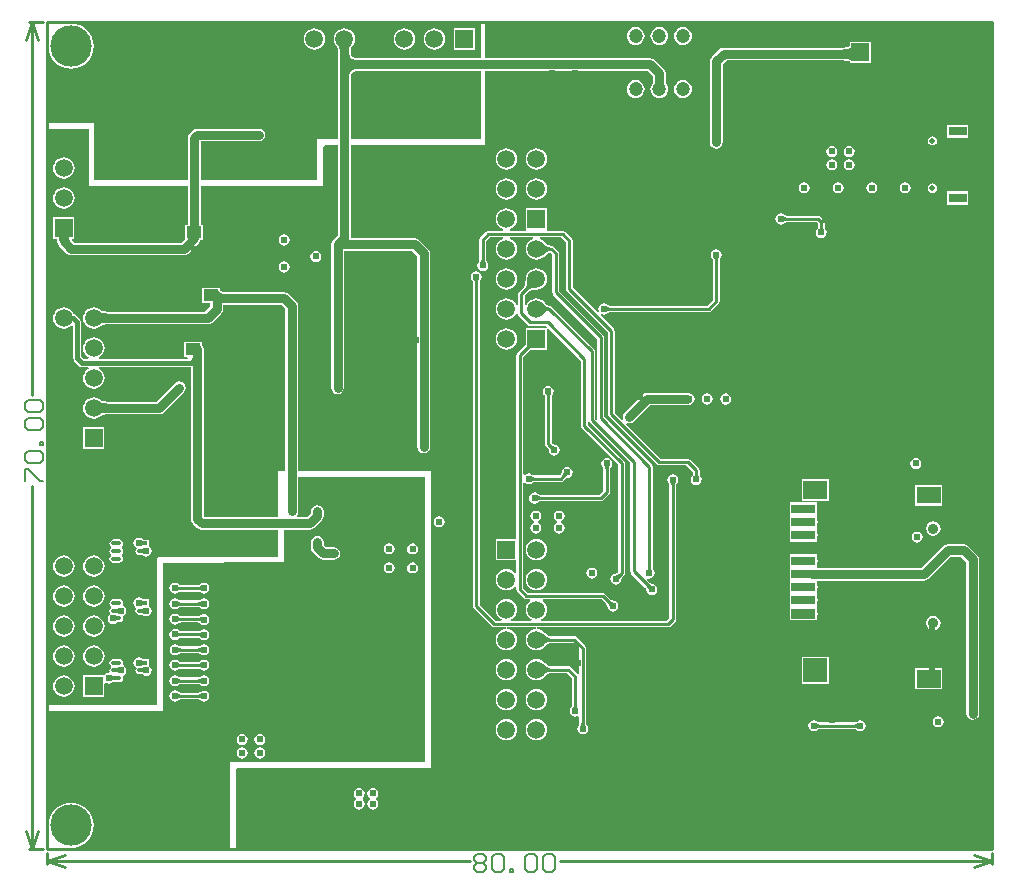
<source format=gbl>
G04*
G04 #@! TF.GenerationSoftware,Altium Limited,Altium Designer,18.1.9 (240)*
G04*
G04 Layer_Physical_Order=4*
G04 Layer_Color=16711680*
%FSLAX24Y24*%
%MOIN*%
G70*
G01*
G75*
%ADD14C,0.0100*%
%ADD16C,0.0060*%
%ADD19C,0.0050*%
%ADD27O,0.0335X0.0138*%
%ADD28R,0.0335X0.0138*%
%ADD33R,0.0787X0.0787*%
%ADD82C,0.0300*%
%ADD83C,0.0150*%
%ADD84C,0.0591*%
%ADD85R,0.0591X0.0591*%
%ADD86R,0.0591X0.0591*%
%ADD87R,0.0591X0.0315*%
%ADD88C,0.0197*%
%ADD89C,0.0472*%
%ADD90C,0.0354*%
%ADD91C,0.1378*%
%ADD92C,0.0240*%
%ADD100R,0.0492X0.0394*%
%ADD101R,0.0787X0.0551*%
%ADD102R,0.0787X0.0591*%
%ADD103R,0.0787X0.0591*%
%ADD104R,0.0787X0.0315*%
%ADD105R,0.0787X0.0335*%
G36*
X14450Y27559D02*
Y26364D01*
X10355D01*
X10353Y26365D01*
X10300Y26368D01*
X10258Y26375D01*
X10223Y26387D01*
X10194Y26402D01*
X10171Y26421D01*
X10152Y26444D01*
X10137Y26473D01*
X10125Y26508D01*
X10118Y26550D01*
X10116Y26588D01*
X10117Y26626D01*
X10120Y26649D01*
X10123Y26671D01*
X10127Y26690D01*
X10132Y26706D01*
X10137Y26719D01*
X10142Y26730D01*
X10147Y26737D01*
X10155Y26746D01*
X10157Y26752D01*
X10210Y26821D01*
X10246Y26907D01*
X10258Y27000D01*
X10246Y27093D01*
X10210Y27179D01*
X10153Y27253D01*
X10079Y27310D01*
X9993Y27346D01*
X9900Y27358D01*
X9807Y27346D01*
X9721Y27310D01*
X9647Y27253D01*
X9590Y27179D01*
X9554Y27093D01*
X9542Y27000D01*
X9554Y26907D01*
X9590Y26821D01*
X9643Y26752D01*
X9645Y26746D01*
X9653Y26737D01*
X9658Y26730D01*
X9663Y26719D01*
X9668Y26706D01*
X9673Y26690D01*
X9677Y26671D01*
X9680Y26650D01*
X9685Y26597D01*
X9685Y26567D01*
X9686Y26565D01*
Y26150D01*
Y23650D01*
X9000D01*
X9000Y22300D01*
X5114D01*
Y23586D01*
X7050D01*
X7132Y23602D01*
X7201Y23649D01*
X7248Y23718D01*
X7264Y23800D01*
X7248Y23882D01*
X7201Y23951D01*
X7132Y23998D01*
X7050Y24014D01*
X5000D01*
X4918Y23998D01*
X4849Y23951D01*
X4749Y23851D01*
X4702Y23782D01*
X4686Y23700D01*
Y22300D01*
X1560D01*
Y24200D01*
X0D01*
Y26610D01*
X49Y26616D01*
X92Y26475D01*
X162Y26344D01*
X255Y26230D01*
X369Y26137D01*
X499Y26067D01*
X641Y26024D01*
X787Y26010D01*
X934Y26024D01*
X1075Y26067D01*
X1206Y26137D01*
X1320Y26230D01*
X1413Y26344D01*
X1483Y26475D01*
X1526Y26616D01*
X1540Y26763D01*
X1526Y26909D01*
X1483Y27051D01*
X1413Y27181D01*
X1320Y27295D01*
X1206Y27388D01*
X1075Y27458D01*
X934Y27501D01*
X850Y27509D01*
X852Y27559D01*
X14450Y27559D01*
D02*
G37*
G36*
X10096Y26777D02*
X10086Y26763D01*
X10078Y26746D01*
X10070Y26727D01*
X10064Y26706D01*
X10059Y26683D01*
X10055Y26658D01*
X10052Y26630D01*
X10051Y26587D01*
X10053Y26543D01*
X10062Y26492D01*
X10077Y26447D01*
X10098Y26408D01*
X10125Y26375D01*
X10158Y26348D01*
X10197Y26327D01*
X10242Y26312D01*
X10293Y26303D01*
X10350Y26300D01*
Y26000D01*
X10293Y25997D01*
X10242Y25988D01*
X10197Y25973D01*
X10158Y25952D01*
X10125Y25925D01*
X10098Y25892D01*
X10077Y25853D01*
X10062Y25808D01*
X10053Y25757D01*
X10050Y25700D01*
X9750Y26150D01*
X10029Y26569D01*
X9750D01*
X9749Y26600D01*
X9745Y26658D01*
X9741Y26683D01*
X9736Y26706D01*
X9730Y26727D01*
X9722Y26746D01*
X9714Y26763D01*
X9704Y26777D01*
X9693Y26789D01*
X10107D01*
X10096Y26777D01*
D02*
G37*
G36*
X20550Y25626D02*
X20558Y25517D01*
X20560Y25508D01*
X20562Y25501D01*
X20565Y25497D01*
X20235D01*
X20238Y25501D01*
X20240Y25508D01*
X20242Y25517D01*
X20244Y25529D01*
X20248Y25560D01*
X20249Y25601D01*
X20250Y25653D01*
X20550D01*
X20550Y25626D01*
D02*
G37*
G36*
X31496Y-0D02*
X6299Y0D01*
Y224D01*
Y2650D01*
X6349Y2700D01*
X12800D01*
Y12586D01*
X12786Y12600D01*
X8364D01*
Y18100D01*
X8348Y18182D01*
X8301Y18251D01*
X8051Y18501D01*
X7982Y18548D01*
X7900Y18564D01*
X5998D01*
X5997Y18565D01*
X5941Y18566D01*
X5895Y18570D01*
X5855Y18577D01*
X5823Y18585D01*
X5799Y18595D01*
X5782Y18605D01*
X5771Y18614D01*
X5765Y18623D01*
X5762Y18633D01*
X5759Y18653D01*
X5756Y18659D01*
Y18707D01*
X5704D01*
X5695Y18711D01*
X5691Y18709D01*
X5688Y18710D01*
X5682Y18707D01*
X5144D01*
Y18193D01*
X5436D01*
Y18089D01*
X5261Y17914D01*
X1986D01*
X1984Y17915D01*
X1924Y17917D01*
X1901Y17920D01*
X1879Y17923D01*
X1860Y17927D01*
X1844Y17932D01*
X1831Y17937D01*
X1820Y17942D01*
X1813Y17947D01*
X1804Y17955D01*
X1798Y17957D01*
X1729Y18010D01*
X1643Y18046D01*
X1550Y18058D01*
X1457Y18046D01*
X1371Y18010D01*
X1297Y17953D01*
X1240Y17879D01*
X1204Y17793D01*
X1192Y17700D01*
X1204Y17607D01*
X1240Y17521D01*
X1297Y17447D01*
X1371Y17390D01*
X1457Y17354D01*
X1550Y17342D01*
X1643Y17354D01*
X1729Y17390D01*
X1798Y17443D01*
X1804Y17445D01*
X1813Y17453D01*
X1820Y17458D01*
X1831Y17463D01*
X1844Y17468D01*
X1860Y17473D01*
X1879Y17477D01*
X1900Y17480D01*
X1953Y17485D01*
X1983Y17485D01*
X1985Y17486D01*
X5350D01*
X5432Y17502D01*
X5501Y17549D01*
X5801Y17849D01*
X5848Y17918D01*
X5864Y18000D01*
Y18136D01*
X5993D01*
X5995Y18135D01*
X5997Y18136D01*
X7811D01*
X7936Y18011D01*
Y12600D01*
X7700D01*
Y11064D01*
X5239D01*
X5214Y11089D01*
Y16400D01*
Y16650D01*
X5198Y16732D01*
X5156Y16794D01*
Y16907D01*
X4544D01*
Y16393D01*
X4666D01*
X4696Y16343D01*
X4694Y16339D01*
X4691Y16338D01*
X1734D01*
X1724Y16388D01*
X1729Y16390D01*
X1803Y16447D01*
X1860Y16521D01*
X1896Y16607D01*
X1908Y16700D01*
X1896Y16793D01*
X1860Y16879D01*
X1803Y16953D01*
X1729Y17010D01*
X1643Y17046D01*
X1550Y17058D01*
X1457Y17046D01*
X1371Y17010D01*
X1297Y16953D01*
X1240Y16879D01*
X1204Y16793D01*
X1192Y16700D01*
X1204Y16607D01*
X1240Y16521D01*
X1297Y16447D01*
X1371Y16390D01*
X1376Y16388D01*
X1366Y16338D01*
X1207D01*
X1138Y16407D01*
Y17550D01*
X1127Y17603D01*
X1097Y17647D01*
X947Y17797D01*
X903Y17827D01*
X880Y17832D01*
X860Y17879D01*
X803Y17953D01*
X729Y18010D01*
X643Y18046D01*
X550Y18058D01*
X457Y18046D01*
X371Y18010D01*
X297Y17953D01*
X240Y17879D01*
X204Y17793D01*
X192Y17700D01*
X204Y17607D01*
X240Y17521D01*
X297Y17447D01*
X371Y17390D01*
X457Y17354D01*
X550Y17342D01*
X643Y17354D01*
X729Y17390D01*
X803Y17447D01*
X812Y17458D01*
X862Y17441D01*
Y16350D01*
X873Y16297D01*
X903Y16253D01*
X1053Y16103D01*
X1097Y16073D01*
X1150Y16062D01*
X1366D01*
X1376Y16012D01*
X1371Y16010D01*
X1297Y15953D01*
X1240Y15879D01*
X1204Y15793D01*
X1192Y15700D01*
X1204Y15607D01*
X1240Y15521D01*
X1297Y15447D01*
X1371Y15390D01*
X1457Y15354D01*
X1550Y15342D01*
X1643Y15354D01*
X1729Y15390D01*
X1803Y15447D01*
X1860Y15521D01*
X1896Y15607D01*
X1908Y15700D01*
X1896Y15793D01*
X1860Y15879D01*
X1803Y15953D01*
X1729Y16010D01*
X1724Y16012D01*
X1734Y16062D01*
X4786D01*
Y11000D01*
X4802Y10918D01*
X4849Y10849D01*
X4999Y10699D01*
X5068Y10652D01*
X5150Y10636D01*
X7700D01*
Y9750D01*
X7689Y9739D01*
X3700D01*
X3650Y9689D01*
Y4800D01*
X-0Y4800D01*
X0Y24000D01*
X1400D01*
Y22133D01*
X1433Y22100D01*
X4686D01*
Y20807D01*
X4575D01*
Y20327D01*
X4461Y20214D01*
X889D01*
X808Y20295D01*
X829Y20345D01*
X905D01*
Y21055D01*
X195D01*
Y20345D01*
X331D01*
X335Y20248D01*
X337Y20243D01*
X352Y20168D01*
X399Y20099D01*
X649Y19849D01*
X718Y19802D01*
X800Y19786D01*
X4550D01*
X4632Y19802D01*
X4701Y19849D01*
X5051Y20199D01*
X5098Y20268D01*
X5103Y20293D01*
X5187D01*
Y20807D01*
X5114D01*
Y22100D01*
X9200D01*
Y23400D01*
X9250Y23450D01*
X9686D01*
Y20465D01*
X9522Y20301D01*
X9475Y20232D01*
X9459Y20150D01*
Y15373D01*
X9475Y15291D01*
X9522Y15222D01*
X9591Y15175D01*
X9673Y15159D01*
X9755Y15175D01*
X9825Y15222D01*
X9871Y15291D01*
X9887Y15373D01*
Y19936D01*
X12161D01*
X12336Y19761D01*
Y13400D01*
X12352Y13318D01*
X12399Y13249D01*
X12468Y13202D01*
X12550Y13186D01*
X12632Y13202D01*
X12701Y13249D01*
X12748Y13318D01*
X12764Y13400D01*
Y19850D01*
X12748Y19932D01*
X12701Y20001D01*
X12401Y20301D01*
X12332Y20348D01*
X12250Y20364D01*
X10124D01*
X10114Y20377D01*
Y23450D01*
X14625D01*
X14600Y23474D01*
Y25936D01*
X20011D01*
X20186Y25761D01*
Y25655D01*
X20185Y25653D01*
X20184Y25603D01*
X20183Y25565D01*
X20180Y25538D01*
X20179Y25531D01*
X20178Y25528D01*
X20177Y25525D01*
X20177Y25524D01*
X20141Y25478D01*
X20111Y25406D01*
X20101Y25328D01*
X20111Y25251D01*
X20141Y25179D01*
X20189Y25117D01*
X20251Y25070D01*
X20323Y25040D01*
X20400Y25030D01*
X20477Y25040D01*
X20549Y25070D01*
X20611Y25117D01*
X20659Y25179D01*
X20689Y25251D01*
X20699Y25328D01*
X20689Y25406D01*
X20659Y25478D01*
X20623Y25524D01*
X20623Y25525D01*
X20622Y25528D01*
X20615Y25628D01*
X20615Y25653D01*
X20614Y25655D01*
Y25850D01*
X20598Y25932D01*
X20551Y26001D01*
X20251Y26301D01*
X20182Y26348D01*
X20100Y26364D01*
X14600D01*
Y27559D01*
X31496D01*
X31496Y-0D01*
D02*
G37*
G36*
X14450Y23675D02*
X14425Y23650D01*
X10114D01*
Y25695D01*
X10115Y25697D01*
X10118Y25750D01*
X10125Y25792D01*
X10137Y25827D01*
X10152Y25856D01*
X10171Y25879D01*
X10194Y25898D01*
X10223Y25913D01*
X10258Y25925D01*
X10300Y25932D01*
X10353Y25935D01*
X10355Y25936D01*
X14450D01*
Y23675D01*
D02*
G37*
G36*
X705Y20404D02*
X704Y20400D01*
X703Y20392D01*
X701Y20367D01*
X700Y20250D01*
X400D01*
X394Y20406D01*
X706D01*
X705Y20404D01*
D02*
G37*
G36*
X5698Y18618D02*
X5707Y18593D01*
X5722Y18571D01*
X5743Y18552D01*
X5770Y18536D01*
X5803Y18523D01*
X5842Y18513D01*
X5887Y18506D01*
X5938Y18501D01*
X5995Y18500D01*
Y18200D01*
X5695Y18254D01*
Y18646D01*
X5698Y18618D01*
D02*
G37*
G36*
X1773Y17896D02*
X1787Y17886D01*
X1804Y17878D01*
X1823Y17870D01*
X1844Y17864D01*
X1867Y17859D01*
X1892Y17855D01*
X1920Y17852D01*
X1981Y17850D01*
Y17550D01*
X1950Y17549D01*
X1892Y17545D01*
X1867Y17541D01*
X1844Y17536D01*
X1823Y17530D01*
X1804Y17522D01*
X1787Y17514D01*
X1773Y17504D01*
X1761Y17493D01*
Y17907D01*
X1773Y17896D01*
D02*
G37*
G36*
X5020Y16251D02*
X5006Y16249D01*
X4990Y16244D01*
X4975Y16238D01*
X4959Y16230D01*
X4942Y16220D01*
X4925Y16209D01*
X4908Y16196D01*
X4872Y16165D01*
X4853Y16147D01*
X4747Y16253D01*
X4765Y16272D01*
X4796Y16308D01*
X4809Y16325D01*
X4820Y16342D01*
X4830Y16359D01*
X4838Y16375D01*
X4844Y16390D01*
X4849Y16406D01*
X4851Y16420D01*
X5020Y16251D01*
D02*
G37*
G36*
X12600Y2908D02*
X12581Y2900D01*
X6087D01*
X6100Y2887D01*
Y0D01*
X940D01*
X934Y49D01*
X1075Y92D01*
X1206Y162D01*
X1320Y255D01*
X1413Y369D01*
X1483Y499D01*
X1526Y641D01*
X1540Y787D01*
X1526Y934D01*
X1483Y1075D01*
X1413Y1206D01*
X1320Y1320D01*
X1206Y1413D01*
X1075Y1483D01*
X934Y1526D01*
X787Y1540D01*
X641Y1526D01*
X499Y1483D01*
X369Y1413D01*
X255Y1320D01*
X162Y1206D01*
X92Y1075D01*
X49Y934D01*
X0Y940D01*
Y4600D01*
X3850D01*
Y9547D01*
X7900Y9550D01*
Y10636D01*
X8750D01*
X8832Y10652D01*
X8901Y10699D01*
X9151Y10949D01*
X9198Y11018D01*
X9214Y11100D01*
Y11250D01*
X9198Y11332D01*
X9151Y11401D01*
X9082Y11448D01*
X9000Y11464D01*
X8918Y11448D01*
X8849Y11401D01*
X8802Y11332D01*
X8786Y11250D01*
Y11189D01*
X8661Y11064D01*
X8333D01*
X8312Y11114D01*
X8348Y11168D01*
X8364Y11250D01*
Y12400D01*
X12600D01*
Y2908D01*
D02*
G37*
%LPC*%
G36*
X14255Y27355D02*
X13545D01*
Y26645D01*
X14255D01*
Y27355D01*
D02*
G37*
G36*
X12900Y27358D02*
X12807Y27346D01*
X12721Y27310D01*
X12647Y27253D01*
X12590Y27179D01*
X12554Y27093D01*
X12542Y27000D01*
X12554Y26907D01*
X12590Y26821D01*
X12647Y26747D01*
X12721Y26690D01*
X12807Y26654D01*
X12900Y26642D01*
X12993Y26654D01*
X13079Y26690D01*
X13153Y26747D01*
X13210Y26821D01*
X13246Y26907D01*
X13258Y27000D01*
X13246Y27093D01*
X13210Y27179D01*
X13153Y27253D01*
X13079Y27310D01*
X12993Y27346D01*
X12900Y27358D01*
D02*
G37*
G36*
X11900D02*
X11807Y27346D01*
X11721Y27310D01*
X11647Y27253D01*
X11590Y27179D01*
X11554Y27093D01*
X11542Y27000D01*
X11554Y26907D01*
X11590Y26821D01*
X11647Y26747D01*
X11721Y26690D01*
X11807Y26654D01*
X11900Y26642D01*
X11993Y26654D01*
X12079Y26690D01*
X12153Y26747D01*
X12210Y26821D01*
X12246Y26907D01*
X12258Y27000D01*
X12246Y27093D01*
X12210Y27179D01*
X12153Y27253D01*
X12079Y27310D01*
X11993Y27346D01*
X11900Y27358D01*
D02*
G37*
G36*
X8900D02*
X8807Y27346D01*
X8721Y27310D01*
X8647Y27253D01*
X8590Y27179D01*
X8554Y27093D01*
X8542Y27000D01*
X8554Y26907D01*
X8590Y26821D01*
X8647Y26747D01*
X8721Y26690D01*
X8807Y26654D01*
X8900Y26642D01*
X8993Y26654D01*
X9079Y26690D01*
X9153Y26747D01*
X9210Y26821D01*
X9246Y26907D01*
X9258Y27000D01*
X9246Y27093D01*
X9210Y27179D01*
X9153Y27253D01*
X9079Y27310D01*
X8993Y27346D01*
X8900Y27358D01*
D02*
G37*
G36*
X21187Y27399D02*
X21110Y27389D01*
X21038Y27359D01*
X20976Y27311D01*
X20929Y27249D01*
X20899Y27177D01*
X20889Y27100D01*
X20899Y27023D01*
X20929Y26951D01*
X20976Y26889D01*
X21038Y26841D01*
X21110Y26811D01*
X21187Y26801D01*
X21265Y26811D01*
X21337Y26841D01*
X21399Y26889D01*
X21446Y26951D01*
X21476Y27023D01*
X21486Y27100D01*
X21476Y27177D01*
X21446Y27249D01*
X21399Y27311D01*
X21337Y27359D01*
X21265Y27389D01*
X21187Y27399D01*
D02*
G37*
G36*
X20400D02*
X20323Y27389D01*
X20251Y27359D01*
X20189Y27311D01*
X20141Y27249D01*
X20111Y27177D01*
X20101Y27100D01*
X20111Y27023D01*
X20141Y26951D01*
X20189Y26889D01*
X20251Y26841D01*
X20323Y26811D01*
X20400Y26801D01*
X20477Y26811D01*
X20549Y26841D01*
X20611Y26889D01*
X20659Y26951D01*
X20689Y27023D01*
X20699Y27100D01*
X20689Y27177D01*
X20659Y27249D01*
X20611Y27311D01*
X20549Y27359D01*
X20477Y27389D01*
X20400Y27399D01*
D02*
G37*
G36*
X19613D02*
X19535Y27389D01*
X19463Y27359D01*
X19401Y27311D01*
X19354Y27249D01*
X19324Y27177D01*
X19314Y27100D01*
X19324Y27023D01*
X19354Y26951D01*
X19401Y26889D01*
X19463Y26841D01*
X19535Y26811D01*
X19613Y26801D01*
X19690Y26811D01*
X19762Y26841D01*
X19824Y26889D01*
X19871Y26951D01*
X19901Y27023D01*
X19911Y27100D01*
X19901Y27177D01*
X19871Y27249D01*
X19824Y27311D01*
X19762Y27359D01*
X19690Y27389D01*
X19613Y27399D01*
D02*
G37*
G36*
X27455Y26905D02*
X26745D01*
Y26811D01*
X26743Y26807D01*
X26740Y26786D01*
X26737Y26775D01*
X26730Y26766D01*
X26719Y26756D01*
X26702Y26746D01*
X26678Y26736D01*
X26646Y26727D01*
X26606Y26720D01*
X26559Y26716D01*
X26504Y26715D01*
X26502Y26714D01*
X22550D01*
X22468Y26698D01*
X22399Y26651D01*
X22149Y26401D01*
X22102Y26332D01*
X22086Y26250D01*
Y23550D01*
X22102Y23468D01*
X22149Y23399D01*
X22218Y23352D01*
X22300Y23336D01*
X22382Y23352D01*
X22451Y23399D01*
X22498Y23468D01*
X22514Y23550D01*
Y26161D01*
X22639Y26286D01*
X26502D01*
X26504Y26285D01*
X26609Y26281D01*
X26650Y26277D01*
X26684Y26271D01*
X26711Y26265D01*
X26730Y26257D01*
X26740Y26252D01*
X26741Y26250D01*
X26742Y26245D01*
X26745Y26241D01*
Y26195D01*
X26797D01*
X26806Y26191D01*
X26811Y26193D01*
X26817Y26192D01*
X26821Y26195D01*
X27455D01*
Y26905D01*
D02*
G37*
G36*
X21187Y25627D02*
X21110Y25617D01*
X21038Y25587D01*
X20976Y25540D01*
X20929Y25478D01*
X20899Y25406D01*
X20889Y25328D01*
X20899Y25251D01*
X20929Y25179D01*
X20976Y25117D01*
X21038Y25070D01*
X21110Y25040D01*
X21187Y25030D01*
X21265Y25040D01*
X21337Y25070D01*
X21399Y25117D01*
X21446Y25179D01*
X21476Y25251D01*
X21486Y25328D01*
X21476Y25406D01*
X21446Y25478D01*
X21399Y25540D01*
X21337Y25587D01*
X21265Y25617D01*
X21187Y25627D01*
D02*
G37*
G36*
X19613D02*
X19535Y25617D01*
X19463Y25587D01*
X19401Y25540D01*
X19354Y25478D01*
X19324Y25406D01*
X19314Y25328D01*
X19324Y25251D01*
X19354Y25179D01*
X19401Y25117D01*
X19463Y25070D01*
X19535Y25040D01*
X19613Y25030D01*
X19690Y25040D01*
X19762Y25070D01*
X19824Y25117D01*
X19871Y25179D01*
X19901Y25251D01*
X19911Y25328D01*
X19901Y25406D01*
X19871Y25478D01*
X19824Y25540D01*
X19762Y25587D01*
X19690Y25617D01*
X19613Y25627D01*
D02*
G37*
G36*
X30705Y24142D02*
X29995D01*
Y23707D01*
X30705D01*
Y24142D01*
D02*
G37*
G36*
X29504Y23761D02*
X29442Y23749D01*
X29389Y23714D01*
X29354Y23661D01*
X29342Y23600D01*
X29354Y23538D01*
X29389Y23485D01*
X29442Y23450D01*
X29504Y23438D01*
X29565Y23450D01*
X29618Y23485D01*
X29653Y23538D01*
X29665Y23600D01*
X29653Y23661D01*
X29618Y23714D01*
X29565Y23749D01*
X29504Y23761D01*
D02*
G37*
G36*
X26725Y23434D02*
X26655Y23420D01*
X26595Y23380D01*
X26555Y23320D01*
X26541Y23250D01*
X26555Y23180D01*
X26595Y23120D01*
X26655Y23080D01*
X26725Y23066D01*
X26795Y23080D01*
X26855Y23120D01*
X26895Y23180D01*
X26909Y23250D01*
X26895Y23320D01*
X26855Y23380D01*
X26795Y23420D01*
X26725Y23434D01*
D02*
G37*
G36*
X26150D02*
X26080Y23420D01*
X26020Y23380D01*
X25980Y23320D01*
X25966Y23250D01*
X25980Y23180D01*
X26020Y23120D01*
X26080Y23080D01*
X26150Y23066D01*
X26220Y23080D01*
X26280Y23120D01*
X26320Y23180D01*
X26334Y23250D01*
X26320Y23320D01*
X26280Y23380D01*
X26220Y23420D01*
X26150Y23434D01*
D02*
G37*
G36*
X16300Y23358D02*
X16207Y23346D01*
X16121Y23310D01*
X16047Y23253D01*
X15990Y23179D01*
X15954Y23093D01*
X15942Y23000D01*
X15954Y22907D01*
X15990Y22821D01*
X16047Y22747D01*
X16121Y22690D01*
X16207Y22654D01*
X16300Y22642D01*
X16393Y22654D01*
X16479Y22690D01*
X16553Y22747D01*
X16610Y22821D01*
X16646Y22907D01*
X16658Y23000D01*
X16646Y23093D01*
X16610Y23179D01*
X16553Y23253D01*
X16479Y23310D01*
X16393Y23346D01*
X16300Y23358D01*
D02*
G37*
G36*
X15300D02*
X15207Y23346D01*
X15121Y23310D01*
X15047Y23253D01*
X14990Y23179D01*
X14954Y23093D01*
X14942Y23000D01*
X14954Y22907D01*
X14990Y22821D01*
X15047Y22747D01*
X15121Y22690D01*
X15207Y22654D01*
X15300Y22642D01*
X15393Y22654D01*
X15479Y22690D01*
X15553Y22747D01*
X15610Y22821D01*
X15646Y22907D01*
X15658Y23000D01*
X15646Y23093D01*
X15610Y23179D01*
X15553Y23253D01*
X15479Y23310D01*
X15393Y23346D01*
X15300Y23358D01*
D02*
G37*
G36*
X26725Y22996D02*
X26655Y22982D01*
X26595Y22942D01*
X26555Y22882D01*
X26541Y22812D01*
X26555Y22742D01*
X26595Y22682D01*
X26655Y22643D01*
X26725Y22629D01*
X26795Y22643D01*
X26855Y22682D01*
X26895Y22742D01*
X26909Y22812D01*
X26895Y22882D01*
X26855Y22942D01*
X26795Y22982D01*
X26725Y22996D01*
D02*
G37*
G36*
X26150D02*
X26080Y22982D01*
X26020Y22942D01*
X25980Y22882D01*
X25966Y22812D01*
X25980Y22742D01*
X26020Y22682D01*
X26080Y22643D01*
X26150Y22629D01*
X26220Y22643D01*
X26280Y22682D01*
X26320Y22742D01*
X26334Y22812D01*
X26320Y22882D01*
X26280Y22942D01*
X26220Y22982D01*
X26150Y22996D01*
D02*
G37*
G36*
X550Y23058D02*
X457Y23046D01*
X371Y23010D01*
X297Y22953D01*
X240Y22879D01*
X204Y22793D01*
X192Y22700D01*
X204Y22607D01*
X240Y22521D01*
X297Y22447D01*
X371Y22390D01*
X457Y22354D01*
X550Y22342D01*
X643Y22354D01*
X729Y22390D01*
X803Y22447D01*
X860Y22521D01*
X896Y22607D01*
X908Y22700D01*
X896Y22793D01*
X860Y22879D01*
X803Y22953D01*
X729Y23010D01*
X643Y23046D01*
X550Y23058D01*
D02*
G37*
G36*
X29504Y22186D02*
X29442Y22174D01*
X29389Y22139D01*
X29354Y22087D01*
X29342Y22025D01*
X29354Y21963D01*
X29389Y21911D01*
X29442Y21876D01*
X29504Y21863D01*
X29565Y21876D01*
X29618Y21911D01*
X29653Y21963D01*
X29665Y22025D01*
X29653Y22087D01*
X29618Y22139D01*
X29565Y22174D01*
X29504Y22186D01*
D02*
G37*
G36*
X28600Y22221D02*
X28530Y22207D01*
X28470Y22168D01*
X28430Y22108D01*
X28416Y22038D01*
X28430Y21968D01*
X28470Y21908D01*
X28530Y21868D01*
X28600Y21854D01*
X28670Y21868D01*
X28730Y21908D01*
X28770Y21968D01*
X28784Y22038D01*
X28770Y22108D01*
X28730Y22168D01*
X28670Y22207D01*
X28600Y22221D01*
D02*
G37*
G36*
X27478D02*
X27408Y22207D01*
X27348Y22168D01*
X27309Y22108D01*
X27295Y22038D01*
X27309Y21968D01*
X27348Y21908D01*
X27408Y21868D01*
X27478Y21854D01*
X27548Y21868D01*
X27608Y21908D01*
X27648Y21968D01*
X27662Y22038D01*
X27648Y22108D01*
X27608Y22168D01*
X27548Y22207D01*
X27478Y22221D01*
D02*
G37*
G36*
X26356D02*
X26286Y22207D01*
X26226Y22168D01*
X26187Y22108D01*
X26173Y22038D01*
X26187Y21968D01*
X26226Y21908D01*
X26286Y21868D01*
X26356Y21854D01*
X26426Y21868D01*
X26486Y21908D01*
X26526Y21968D01*
X26540Y22038D01*
X26526Y22108D01*
X26486Y22168D01*
X26426Y22207D01*
X26356Y22221D01*
D02*
G37*
G36*
X25234D02*
X25164Y22207D01*
X25104Y22168D01*
X25065Y22108D01*
X25051Y22038D01*
X25065Y21968D01*
X25104Y21908D01*
X25164Y21868D01*
X25234Y21854D01*
X25305Y21868D01*
X25364Y21908D01*
X25404Y21968D01*
X25418Y22038D01*
X25404Y22108D01*
X25364Y22168D01*
X25305Y22207D01*
X25234Y22221D01*
D02*
G37*
G36*
X16300Y22358D02*
X16207Y22346D01*
X16121Y22310D01*
X16047Y22253D01*
X15990Y22179D01*
X15954Y22093D01*
X15942Y22000D01*
X15954Y21907D01*
X15990Y21821D01*
X16047Y21747D01*
X16121Y21690D01*
X16207Y21654D01*
X16300Y21642D01*
X16393Y21654D01*
X16479Y21690D01*
X16553Y21747D01*
X16610Y21821D01*
X16646Y21907D01*
X16658Y22000D01*
X16646Y22093D01*
X16610Y22179D01*
X16553Y22253D01*
X16479Y22310D01*
X16393Y22346D01*
X16300Y22358D01*
D02*
G37*
G36*
X15300D02*
X15207Y22346D01*
X15121Y22310D01*
X15047Y22253D01*
X14990Y22179D01*
X14954Y22093D01*
X14942Y22000D01*
X14954Y21907D01*
X14990Y21821D01*
X15047Y21747D01*
X15121Y21690D01*
X15207Y21654D01*
X15300Y21642D01*
X15393Y21654D01*
X15479Y21690D01*
X15553Y21747D01*
X15610Y21821D01*
X15646Y21907D01*
X15658Y22000D01*
X15646Y22093D01*
X15610Y22179D01*
X15553Y22253D01*
X15479Y22310D01*
X15393Y22346D01*
X15300Y22358D01*
D02*
G37*
G36*
X30705Y21917D02*
X29995D01*
Y21483D01*
X30705D01*
Y21917D01*
D02*
G37*
G36*
X550Y22058D02*
X457Y22046D01*
X371Y22010D01*
X297Y21953D01*
X240Y21879D01*
X204Y21793D01*
X192Y21700D01*
X204Y21607D01*
X240Y21521D01*
X297Y21447D01*
X371Y21390D01*
X457Y21354D01*
X550Y21342D01*
X643Y21354D01*
X729Y21390D01*
X803Y21447D01*
X860Y21521D01*
X896Y21607D01*
X908Y21700D01*
X896Y21793D01*
X860Y21879D01*
X803Y21953D01*
X729Y22010D01*
X643Y22046D01*
X550Y22058D01*
D02*
G37*
G36*
X15300Y21358D02*
X15207Y21346D01*
X15121Y21310D01*
X15047Y21253D01*
X14990Y21179D01*
X14954Y21093D01*
X14942Y21000D01*
X14954Y20907D01*
X14990Y20821D01*
X15047Y20747D01*
X15121Y20690D01*
X15187Y20662D01*
X15177Y20612D01*
X14700D01*
X14700Y20612D01*
X14657Y20604D01*
X14621Y20579D01*
X14621Y20579D01*
X14436Y20395D01*
X14412Y20359D01*
X14404Y20316D01*
X14404Y20316D01*
Y19639D01*
X14401Y19633D01*
X14401Y19623D01*
X14400Y19615D01*
X14399Y19609D01*
X14398Y19603D01*
X14396Y19598D01*
X14394Y19594D01*
X14393Y19590D01*
X14391Y19587D01*
X14389Y19585D01*
X14384Y19580D01*
X14382Y19574D01*
X14346Y19520D01*
X14332Y19450D01*
X14346Y19380D01*
X14386Y19320D01*
X14446Y19280D01*
X14516Y19266D01*
X14586Y19280D01*
X14646Y19320D01*
X14685Y19380D01*
X14699Y19450D01*
X14685Y19520D01*
X14650Y19574D01*
X14647Y19580D01*
X14643Y19585D01*
X14641Y19587D01*
X14639Y19590D01*
X14637Y19594D01*
X14635Y19598D01*
X14634Y19603D01*
X14633Y19609D01*
X14632Y19615D01*
X14631Y19623D01*
X14631Y19633D01*
X14628Y19639D01*
Y20269D01*
X14746Y20388D01*
X15177D01*
X15187Y20338D01*
X15121Y20310D01*
X15047Y20253D01*
X14990Y20179D01*
X14954Y20093D01*
X14942Y20000D01*
X14954Y19907D01*
X14990Y19821D01*
X15047Y19747D01*
X15121Y19690D01*
X15207Y19654D01*
X15300Y19642D01*
X15393Y19654D01*
X15479Y19690D01*
X15553Y19747D01*
X15610Y19821D01*
X15646Y19907D01*
X15658Y20000D01*
X15646Y20093D01*
X15610Y20179D01*
X15553Y20253D01*
X15479Y20310D01*
X15413Y20338D01*
X15423Y20388D01*
X16177D01*
X16187Y20338D01*
X16121Y20310D01*
X16047Y20253D01*
X15990Y20179D01*
X15954Y20093D01*
X15942Y20000D01*
X15954Y19907D01*
X15990Y19821D01*
X16047Y19747D01*
X16121Y19690D01*
X16207Y19654D01*
X16300Y19642D01*
X16393Y19654D01*
X16479Y19690D01*
X16551Y19745D01*
X16556Y19747D01*
X16585Y19775D01*
X16639Y19823D01*
X16663Y19840D01*
X16686Y19855D01*
X16707Y19867D01*
X16725Y19875D01*
X16742Y19881D01*
X16756Y19884D01*
X16757Y19884D01*
X16838Y19804D01*
Y18550D01*
X16838Y18550D01*
X16846Y18507D01*
X16871Y18471D01*
X18338Y17004D01*
Y14363D01*
X18338Y14363D01*
X18343Y14336D01*
X18297Y14312D01*
X18263Y14346D01*
Y16584D01*
X18263Y16584D01*
X18254Y16627D01*
X18230Y16663D01*
X18230Y16663D01*
X16814Y18079D01*
X16778Y18104D01*
X16750Y18109D01*
X16738Y18115D01*
X16719Y18116D01*
X16704Y18118D01*
X16690Y18122D01*
X16677Y18127D01*
X16664Y18134D01*
X16651Y18143D01*
X16638Y18153D01*
X16626Y18166D01*
X16613Y18181D01*
X16599Y18200D01*
X16595Y18203D01*
X16592Y18209D01*
X16586Y18211D01*
X16553Y18253D01*
X16479Y18310D01*
X16393Y18346D01*
X16300Y18358D01*
X16207Y18346D01*
X16121Y18310D01*
X16047Y18253D01*
X15990Y18179D01*
X15962Y18113D01*
X15912Y18123D01*
Y18454D01*
X16041Y18583D01*
X16047Y18584D01*
X16060Y18595D01*
X16072Y18603D01*
X16087Y18611D01*
X16107Y18618D01*
X16130Y18625D01*
X16156Y18630D01*
X16185Y18635D01*
X16257Y18640D01*
X16298Y18640D01*
X16303Y18642D01*
X16393Y18654D01*
X16479Y18690D01*
X16553Y18747D01*
X16610Y18821D01*
X16646Y18907D01*
X16658Y19000D01*
X16646Y19093D01*
X16610Y19179D01*
X16553Y19253D01*
X16479Y19310D01*
X16393Y19346D01*
X16300Y19358D01*
X16207Y19346D01*
X16121Y19310D01*
X16047Y19253D01*
X15990Y19179D01*
X15954Y19093D01*
X15942Y19003D01*
X15940Y18998D01*
X15940Y18957D01*
X15935Y18885D01*
X15930Y18856D01*
X15925Y18830D01*
X15918Y18807D01*
X15911Y18787D01*
X15903Y18772D01*
X15895Y18760D01*
X15884Y18747D01*
X15883Y18741D01*
X15721Y18579D01*
X15696Y18543D01*
X15688Y18500D01*
X15688Y18500D01*
Y18123D01*
X15638Y18113D01*
X15610Y18179D01*
X15553Y18253D01*
X15479Y18310D01*
X15393Y18346D01*
X15300Y18358D01*
X15207Y18346D01*
X15121Y18310D01*
X15047Y18253D01*
X14990Y18179D01*
X14954Y18093D01*
X14942Y18000D01*
X14954Y17907D01*
X14990Y17821D01*
X15047Y17747D01*
X15121Y17690D01*
X15207Y17654D01*
X15300Y17642D01*
X15393Y17654D01*
X15479Y17690D01*
X15553Y17747D01*
X15610Y17821D01*
X15621Y17847D01*
X15680Y17858D01*
X15688Y17850D01*
X15696Y17807D01*
X15721Y17771D01*
X16021Y17471D01*
X16057Y17446D01*
X16100Y17438D01*
X16100Y17438D01*
X16630D01*
X16668Y17400D01*
X16642Y17355D01*
X16611Y17355D01*
X15945D01*
Y16862D01*
X15942Y16857D01*
X15943Y16852D01*
X15941Y16847D01*
X15945Y16838D01*
Y16818D01*
X15942Y16814D01*
X15935Y16803D01*
X15907Y16770D01*
X15888Y16751D01*
X15886Y16745D01*
X15671Y16529D01*
X15646Y16493D01*
X15638Y16450D01*
X15638Y16450D01*
Y10337D01*
X14945D01*
Y9626D01*
X15638D01*
Y9207D01*
X15588Y9190D01*
X15553Y9235D01*
X15479Y9292D01*
X15393Y9328D01*
X15300Y9340D01*
X15207Y9328D01*
X15121Y9292D01*
X15047Y9235D01*
X14990Y9161D01*
X14954Y9074D01*
X14942Y8982D01*
X14954Y8889D01*
X14990Y8802D01*
X15047Y8728D01*
X15121Y8671D01*
X15207Y8635D01*
X15300Y8623D01*
X15393Y8635D01*
X15479Y8671D01*
X15553Y8728D01*
X15588Y8773D01*
X15638Y8756D01*
Y8650D01*
X15638Y8650D01*
X15646Y8607D01*
X15671Y8571D01*
X15891Y8351D01*
X15891Y8351D01*
X15927Y8326D01*
X15970Y8318D01*
X16072D01*
X16089Y8268D01*
X16047Y8235D01*
X15990Y8161D01*
X15954Y8074D01*
X15942Y7982D01*
X15954Y7889D01*
X15990Y7802D01*
X16047Y7728D01*
X16121Y7671D01*
X16143Y7662D01*
X16133Y7612D01*
X15467D01*
X15457Y7662D01*
X15479Y7671D01*
X15553Y7728D01*
X15610Y7802D01*
X15646Y7889D01*
X15658Y7982D01*
X15646Y8074D01*
X15610Y8161D01*
X15553Y8235D01*
X15479Y8292D01*
X15393Y8328D01*
X15300Y8340D01*
X15207Y8328D01*
X15121Y8292D01*
X15047Y8235D01*
X14990Y8161D01*
X14954Y8074D01*
X14942Y7982D01*
X14954Y7889D01*
X14990Y7802D01*
X15047Y7728D01*
X15121Y7671D01*
X15143Y7662D01*
X15133Y7612D01*
X14946D01*
X14412Y8146D01*
Y18885D01*
X14415Y18891D01*
X14415Y18901D01*
X14416Y18909D01*
X14417Y18915D01*
X14418Y18921D01*
X14420Y18926D01*
X14421Y18930D01*
X14423Y18934D01*
X14425Y18937D01*
X14427Y18939D01*
X14432Y18944D01*
X14434Y18951D01*
X14470Y19004D01*
X14484Y19074D01*
X14470Y19144D01*
X14430Y19204D01*
X14370Y19244D01*
X14300Y19258D01*
X14230Y19244D01*
X14170Y19204D01*
X14130Y19144D01*
X14116Y19074D01*
X14130Y19004D01*
X14166Y18951D01*
X14168Y18944D01*
X14173Y18939D01*
X14175Y18937D01*
X14177Y18934D01*
X14179Y18930D01*
X14180Y18926D01*
X14182Y18921D01*
X14183Y18915D01*
X14184Y18909D01*
X14185Y18901D01*
X14185Y18891D01*
X14188Y18885D01*
Y8100D01*
X14188Y8100D01*
X14196Y8057D01*
X14221Y8021D01*
X14821Y7421D01*
X14821Y7421D01*
X14857Y7396D01*
X14900Y7388D01*
X14900Y7388D01*
X15282D01*
X15285Y7338D01*
X15267Y7336D01*
X15207Y7328D01*
X15121Y7292D01*
X15047Y7235D01*
X14990Y7161D01*
X14954Y7074D01*
X14942Y6981D01*
X14954Y6889D01*
X14990Y6802D01*
X15047Y6728D01*
X15121Y6671D01*
X15207Y6635D01*
X15300Y6623D01*
X15393Y6635D01*
X15479Y6671D01*
X15553Y6728D01*
X15610Y6802D01*
X15646Y6889D01*
X15658Y6981D01*
X15646Y7074D01*
X15610Y7161D01*
X15553Y7235D01*
X15479Y7292D01*
X15393Y7328D01*
X15333Y7336D01*
X15315Y7338D01*
X15318Y7388D01*
X16282D01*
X16285Y7338D01*
X16267Y7336D01*
X16207Y7328D01*
X16121Y7292D01*
X16047Y7235D01*
X15990Y7161D01*
X15954Y7074D01*
X15942Y6981D01*
X15954Y6889D01*
X15990Y6802D01*
X16047Y6728D01*
X16121Y6671D01*
X16207Y6635D01*
X16300Y6623D01*
X16393Y6635D01*
X16479Y6671D01*
X16551Y6726D01*
X16556Y6729D01*
X16585Y6757D01*
X16639Y6804D01*
X16663Y6822D01*
X16686Y6837D01*
X16707Y6848D01*
X16725Y6857D01*
X16742Y6862D01*
X16756Y6865D01*
X16773Y6867D01*
X16778Y6869D01*
X17522D01*
X17738Y6654D01*
Y5832D01*
X17688Y5817D01*
X17679Y5829D01*
X17679Y5829D01*
X17448Y6061D01*
X17411Y6085D01*
X17369Y6094D01*
X17369Y6094D01*
X16778D01*
X16773Y6096D01*
X16756Y6098D01*
X16742Y6101D01*
X16725Y6106D01*
X16707Y6115D01*
X16686Y6126D01*
X16663Y6141D01*
X16639Y6159D01*
X16585Y6206D01*
X16556Y6234D01*
X16551Y6237D01*
X16479Y6292D01*
X16393Y6328D01*
X16300Y6340D01*
X16207Y6328D01*
X16121Y6292D01*
X16047Y6235D01*
X15990Y6161D01*
X15954Y6074D01*
X15942Y5982D01*
X15954Y5889D01*
X15990Y5802D01*
X16047Y5728D01*
X16121Y5671D01*
X16207Y5635D01*
X16300Y5623D01*
X16393Y5635D01*
X16479Y5671D01*
X16551Y5726D01*
X16556Y5729D01*
X16585Y5757D01*
X16639Y5804D01*
X16663Y5822D01*
X16686Y5837D01*
X16707Y5848D01*
X16725Y5857D01*
X16742Y5862D01*
X16756Y5865D01*
X16773Y5867D01*
X16778Y5869D01*
X17322D01*
X17488Y5704D01*
Y4789D01*
X17485Y4783D01*
X17485Y4773D01*
X17484Y4765D01*
X17483Y4759D01*
X17482Y4753D01*
X17480Y4748D01*
X17479Y4744D01*
X17477Y4740D01*
X17475Y4737D01*
X17473Y4735D01*
X17468Y4730D01*
X17466Y4724D01*
X17430Y4670D01*
X17416Y4600D01*
X17430Y4530D01*
X17470Y4470D01*
X17530Y4430D01*
X17600Y4416D01*
X17670Y4430D01*
X17688Y4442D01*
X17738Y4415D01*
Y4197D01*
X17735Y4191D01*
X17735Y4181D01*
X17734Y4174D01*
X17733Y4167D01*
X17732Y4161D01*
X17730Y4157D01*
X17729Y4153D01*
X17727Y4149D01*
X17725Y4146D01*
X17723Y4144D01*
X17719Y4139D01*
X17717Y4134D01*
X17679Y4078D01*
X17665Y4007D01*
X17679Y3937D01*
X17719Y3878D01*
X17778Y3838D01*
X17848Y3824D01*
X17919Y3838D01*
X17978Y3878D01*
X18018Y3937D01*
X18032Y4007D01*
X18018Y4078D01*
X17984Y4128D01*
X17982Y4136D01*
X17977Y4140D01*
X17975Y4143D01*
X17973Y4146D01*
X17971Y4150D01*
X17970Y4154D01*
X17968Y4159D01*
X17967Y4165D01*
X17966Y4172D01*
X17965Y4179D01*
X17965Y4190D01*
X17962Y4196D01*
Y6700D01*
X17954Y6743D01*
X17929Y6779D01*
X17929Y6779D01*
X17648Y7061D01*
X17611Y7085D01*
X17569Y7094D01*
X17569Y7094D01*
X16778D01*
X16773Y7096D01*
X16756Y7098D01*
X16742Y7101D01*
X16725Y7106D01*
X16707Y7115D01*
X16686Y7126D01*
X16663Y7141D01*
X16639Y7159D01*
X16585Y7206D01*
X16556Y7234D01*
X16551Y7237D01*
X16479Y7292D01*
X16393Y7328D01*
X16333Y7336D01*
X16315Y7338D01*
X16318Y7388D01*
X20700D01*
X20700Y7388D01*
X20743Y7396D01*
X20779Y7421D01*
X20929Y7571D01*
X20954Y7607D01*
X20962Y7650D01*
X20962Y7650D01*
Y12111D01*
X20965Y12117D01*
X20965Y12127D01*
X20966Y12135D01*
X20967Y12141D01*
X20968Y12147D01*
X20970Y12152D01*
X20971Y12156D01*
X20973Y12160D01*
X20975Y12163D01*
X20977Y12165D01*
X20982Y12170D01*
X20984Y12176D01*
X21020Y12230D01*
X21034Y12300D01*
X21020Y12370D01*
X20980Y12430D01*
X20920Y12470D01*
X20850Y12484D01*
X20780Y12470D01*
X20720Y12430D01*
X20680Y12370D01*
X20666Y12300D01*
X20680Y12230D01*
X20716Y12176D01*
X20718Y12170D01*
X20723Y12165D01*
X20725Y12163D01*
X20727Y12160D01*
X20729Y12156D01*
X20730Y12152D01*
X20732Y12147D01*
X20733Y12141D01*
X20734Y12135D01*
X20735Y12127D01*
X20735Y12117D01*
X20738Y12111D01*
Y7696D01*
X20654Y7612D01*
X16467D01*
X16457Y7662D01*
X16479Y7671D01*
X16553Y7728D01*
X16610Y7802D01*
X16646Y7889D01*
X16658Y7982D01*
X16646Y8074D01*
X16610Y8161D01*
X16553Y8235D01*
X16511Y8268D01*
X16528Y8318D01*
X18474D01*
X18637Y8154D01*
X18639Y8148D01*
X18646Y8141D01*
X18651Y8135D01*
X18655Y8130D01*
X18658Y8125D01*
X18661Y8120D01*
X18662Y8116D01*
X18664Y8112D01*
X18664Y8109D01*
X18665Y8105D01*
X18665Y8099D01*
X18668Y8093D01*
X18680Y8030D01*
X18720Y7970D01*
X18780Y7930D01*
X18850Y7916D01*
X18920Y7930D01*
X18980Y7970D01*
X19020Y8030D01*
X19034Y8100D01*
X19020Y8170D01*
X18980Y8230D01*
X18920Y8270D01*
X18857Y8282D01*
X18851Y8285D01*
X18845Y8285D01*
X18841Y8286D01*
X18838Y8286D01*
X18834Y8288D01*
X18830Y8289D01*
X18825Y8292D01*
X18820Y8295D01*
X18815Y8299D01*
X18809Y8304D01*
X18802Y8311D01*
X18796Y8313D01*
X18599Y8509D01*
X18563Y8534D01*
X18520Y8542D01*
X18520Y8542D01*
X16017D01*
X15862Y8696D01*
Y12202D01*
X15912Y12217D01*
X15914Y12215D01*
X15973Y12175D01*
X16043Y12161D01*
X16114Y12175D01*
X16167Y12211D01*
X16173Y12213D01*
X16178Y12218D01*
X16181Y12220D01*
X16184Y12222D01*
X16187Y12223D01*
X16191Y12225D01*
X16196Y12227D01*
X16202Y12228D01*
X16209Y12229D01*
X16216Y12230D01*
X16226Y12230D01*
X16232Y12233D01*
X17121D01*
X17121Y12233D01*
X17164Y12241D01*
X17201Y12266D01*
X17272Y12337D01*
X17278Y12339D01*
X17286Y12346D01*
X17292Y12351D01*
X17297Y12355D01*
X17302Y12358D01*
X17306Y12361D01*
X17311Y12362D01*
X17314Y12364D01*
X17318Y12364D01*
X17321Y12365D01*
X17328Y12365D01*
X17334Y12368D01*
X17397Y12380D01*
X17456Y12420D01*
X17496Y12480D01*
X17510Y12550D01*
X17496Y12620D01*
X17456Y12680D01*
X17397Y12720D01*
X17327Y12734D01*
X17256Y12720D01*
X17197Y12680D01*
X17157Y12620D01*
X17144Y12557D01*
X17142Y12551D01*
X17141Y12545D01*
X17141Y12541D01*
X17140Y12538D01*
X17139Y12534D01*
X17137Y12530D01*
X17135Y12525D01*
X17132Y12520D01*
X17128Y12515D01*
X17123Y12509D01*
X17116Y12502D01*
X17114Y12496D01*
X17075Y12457D01*
X16232D01*
X16226Y12460D01*
X16216Y12460D01*
X16209Y12461D01*
X16202Y12462D01*
X16196Y12463D01*
X16191Y12465D01*
X16187Y12466D01*
X16184Y12468D01*
X16181Y12470D01*
X16178Y12472D01*
X16173Y12476D01*
X16167Y12479D01*
X16114Y12514D01*
X16043Y12528D01*
X15973Y12514D01*
X15914Y12475D01*
X15912Y12473D01*
X15862Y12488D01*
Y16404D01*
X16044Y16585D01*
X16050Y16588D01*
X16088Y16623D01*
X16102Y16634D01*
X16114Y16642D01*
X16118Y16645D01*
X16138D01*
X16147Y16641D01*
X16152Y16643D01*
X16157Y16642D01*
X16162Y16645D01*
X16655D01*
Y17307D01*
X16655Y17342D01*
X16700Y17368D01*
X17788Y16280D01*
Y14100D01*
X17788Y14100D01*
X17796Y14057D01*
X17821Y14021D01*
X19038Y12804D01*
Y9246D01*
X19004Y9213D01*
X18998Y9211D01*
X18991Y9204D01*
X18985Y9199D01*
X18980Y9195D01*
X18975Y9192D01*
X18970Y9189D01*
X18966Y9188D01*
X18962Y9186D01*
X18959Y9186D01*
X18955Y9185D01*
X18949Y9185D01*
X18943Y9182D01*
X18880Y9170D01*
X18820Y9130D01*
X18780Y9070D01*
X18766Y9000D01*
X18780Y8930D01*
X18820Y8870D01*
X18880Y8830D01*
X18950Y8816D01*
X19020Y8830D01*
X19080Y8870D01*
X19120Y8930D01*
X19132Y8993D01*
X19135Y8999D01*
X19135Y9005D01*
X19136Y9009D01*
X19136Y9012D01*
X19138Y9016D01*
X19139Y9020D01*
X19142Y9025D01*
X19145Y9030D01*
X19149Y9035D01*
X19154Y9041D01*
X19161Y9048D01*
X19163Y9054D01*
X19229Y9121D01*
X19229Y9121D01*
X19254Y9157D01*
X19262Y9200D01*
X19262Y9200D01*
Y12850D01*
X19262Y12850D01*
X19254Y12893D01*
X19229Y12929D01*
X18012Y14146D01*
Y14219D01*
X18062Y14234D01*
X18072Y14220D01*
X19438Y12854D01*
Y9250D01*
X19438Y9250D01*
X19446Y9207D01*
X19471Y9171D01*
X19937Y8704D01*
X19939Y8698D01*
X19946Y8691D01*
X19951Y8685D01*
X19955Y8680D01*
X19958Y8675D01*
X19961Y8670D01*
X19962Y8666D01*
X19964Y8662D01*
X19964Y8659D01*
X19965Y8655D01*
X19965Y8649D01*
X19968Y8643D01*
X19980Y8580D01*
X20020Y8520D01*
X20080Y8480D01*
X20150Y8466D01*
X20220Y8480D01*
X20280Y8520D01*
X20320Y8580D01*
X20334Y8650D01*
X20320Y8720D01*
X20280Y8780D01*
X20220Y8820D01*
X20157Y8832D01*
X20151Y8835D01*
X20145Y8835D01*
X20141Y8836D01*
X20138Y8836D01*
X20134Y8838D01*
X20130Y8839D01*
X20125Y8842D01*
X20120Y8845D01*
X20115Y8849D01*
X20109Y8854D01*
X20102Y8861D01*
X20096Y8863D01*
X19977Y8981D01*
X20006Y9023D01*
X20064Y9012D01*
X20134Y9026D01*
X20194Y9065D01*
X20234Y9125D01*
X20248Y9195D01*
X20234Y9266D01*
X20198Y9319D01*
X20196Y9325D01*
X20191Y9330D01*
X20189Y9333D01*
X20187Y9336D01*
X20186Y9339D01*
X20184Y9343D01*
X20182Y9348D01*
X20181Y9354D01*
X20180Y9361D01*
X20179Y9368D01*
X20179Y9378D01*
X20176Y9384D01*
Y12749D01*
X20176Y12749D01*
X20168Y12791D01*
X20143Y12828D01*
X18562Y14409D01*
Y17050D01*
X18554Y17093D01*
X18529Y17129D01*
X18529Y17129D01*
X17062Y18596D01*
Y19850D01*
X17062Y19850D01*
X17054Y19893D01*
X17029Y19929D01*
X16879Y20079D01*
X16843Y20104D01*
X16800Y20112D01*
X16800Y20112D01*
X16778D01*
X16773Y20115D01*
X16756Y20116D01*
X16742Y20119D01*
X16725Y20125D01*
X16707Y20133D01*
X16686Y20145D01*
X16663Y20160D01*
X16639Y20177D01*
X16585Y20225D01*
X16556Y20253D01*
X16551Y20255D01*
X16479Y20310D01*
X16413Y20338D01*
X16423Y20388D01*
X17130D01*
X17288Y20230D01*
Y18673D01*
X17288Y18673D01*
X17296Y18630D01*
X17321Y18594D01*
X18688Y17227D01*
Y14500D01*
X18688Y14500D01*
X18696Y14457D01*
X18721Y14421D01*
X20321Y12821D01*
X20321Y12821D01*
X20357Y12796D01*
X20400Y12788D01*
X20400Y12788D01*
X21304D01*
X21521Y12570D01*
Y12507D01*
X21518Y12501D01*
X21518Y12490D01*
X21517Y12483D01*
X21516Y12476D01*
X21515Y12471D01*
X21513Y12466D01*
X21512Y12462D01*
X21510Y12458D01*
X21508Y12455D01*
X21506Y12452D01*
X21501Y12448D01*
X21499Y12441D01*
X21464Y12388D01*
X21450Y12318D01*
X21464Y12247D01*
X21503Y12188D01*
X21563Y12148D01*
X21633Y12134D01*
X21703Y12148D01*
X21763Y12188D01*
X21803Y12247D01*
X21817Y12318D01*
X21803Y12388D01*
X21767Y12441D01*
X21765Y12448D01*
X21760Y12452D01*
X21758Y12455D01*
X21756Y12458D01*
X21754Y12462D01*
X21753Y12466D01*
X21751Y12471D01*
X21750Y12476D01*
X21749Y12483D01*
X21748Y12490D01*
X21748Y12501D01*
X21745Y12507D01*
Y12617D01*
X21745Y12617D01*
X21737Y12660D01*
X21712Y12696D01*
X21712Y12696D01*
X21429Y12979D01*
X21393Y13004D01*
X21350Y13012D01*
X21350Y13012D01*
X20446D01*
X19300Y14159D01*
X19300Y14160D01*
X19329Y14200D01*
X19400Y14186D01*
X19482Y14202D01*
X19551Y14249D01*
X20089Y14786D01*
X21328D01*
X21410Y14802D01*
X21445Y14825D01*
X21470Y14830D01*
X21530Y14870D01*
X21570Y14930D01*
X21584Y15000D01*
X21570Y15070D01*
X21530Y15130D01*
X21470Y15170D01*
X21445Y15175D01*
X21410Y15198D01*
X21328Y15214D01*
X20000D01*
X19918Y15198D01*
X19849Y15151D01*
X19249Y14551D01*
X19202Y14482D01*
X19186Y14400D01*
X19200Y14329D01*
X19160Y14300D01*
X19159Y14300D01*
X18912Y14546D01*
Y17273D01*
X18912Y17273D01*
X18904Y17316D01*
X18879Y17353D01*
X18425Y17807D01*
X18457Y17846D01*
X18480Y17830D01*
X18550Y17816D01*
X18620Y17830D01*
X18674Y17866D01*
X18680Y17868D01*
X18685Y17873D01*
X18687Y17875D01*
X18690Y17877D01*
X18694Y17879D01*
X18698Y17880D01*
X18703Y17882D01*
X18709Y17883D01*
X18715Y17884D01*
X18723Y17885D01*
X18733Y17885D01*
X18739Y17888D01*
X22050D01*
X22050Y17888D01*
X22093Y17896D01*
X22129Y17921D01*
X22379Y18171D01*
X22379Y18171D01*
X22404Y18207D01*
X22412Y18250D01*
Y19611D01*
X22415Y19617D01*
X22415Y19627D01*
X22416Y19635D01*
X22417Y19641D01*
X22418Y19647D01*
X22420Y19652D01*
X22421Y19656D01*
X22423Y19660D01*
X22425Y19663D01*
X22427Y19665D01*
X22432Y19670D01*
X22434Y19676D01*
X22470Y19730D01*
X22484Y19800D01*
X22470Y19870D01*
X22430Y19930D01*
X22370Y19970D01*
X22300Y19984D01*
X22230Y19970D01*
X22170Y19930D01*
X22130Y19870D01*
X22116Y19800D01*
X22130Y19730D01*
X22166Y19676D01*
X22168Y19670D01*
X22173Y19665D01*
X22175Y19663D01*
X22177Y19660D01*
X22179Y19656D01*
X22180Y19652D01*
X22182Y19647D01*
X22183Y19641D01*
X22184Y19635D01*
X22185Y19627D01*
X22185Y19617D01*
X22188Y19611D01*
Y18296D01*
X22004Y18112D01*
X18739D01*
X18733Y18115D01*
X18723Y18115D01*
X18715Y18116D01*
X18709Y18117D01*
X18703Y18118D01*
X18698Y18120D01*
X18694Y18121D01*
X18690Y18123D01*
X18687Y18125D01*
X18685Y18127D01*
X18680Y18132D01*
X18674Y18134D01*
X18620Y18170D01*
X18550Y18184D01*
X18480Y18170D01*
X18420Y18130D01*
X18380Y18070D01*
X18366Y18000D01*
X18380Y17930D01*
X18396Y17907D01*
X18357Y17875D01*
X17512Y18720D01*
Y20277D01*
X17512Y20277D01*
X17504Y20320D01*
X17479Y20356D01*
X17256Y20579D01*
X17220Y20604D01*
X17177Y20612D01*
X17177Y20612D01*
X16692D01*
X16655Y20645D01*
X16655Y20662D01*
Y21355D01*
X15945D01*
Y20662D01*
X15945Y20645D01*
X15908Y20612D01*
X15423D01*
X15413Y20662D01*
X15479Y20690D01*
X15553Y20747D01*
X15610Y20821D01*
X15646Y20907D01*
X15658Y21000D01*
X15646Y21093D01*
X15610Y21179D01*
X15553Y21253D01*
X15479Y21310D01*
X15393Y21346D01*
X15300Y21358D01*
D02*
G37*
G36*
X24450Y21184D02*
X24380Y21170D01*
X24320Y21130D01*
X24280Y21070D01*
X24266Y21000D01*
X24280Y20930D01*
X24320Y20870D01*
X24380Y20830D01*
X24450Y20816D01*
X24520Y20830D01*
X24574Y20866D01*
X24580Y20868D01*
X24585Y20873D01*
X24587Y20875D01*
X24590Y20877D01*
X24594Y20879D01*
X24598Y20880D01*
X24603Y20882D01*
X24609Y20883D01*
X24615Y20884D01*
X24623Y20885D01*
X24633Y20885D01*
X24639Y20888D01*
X25654D01*
X25688Y20854D01*
Y20739D01*
X25685Y20733D01*
X25685Y20723D01*
X25684Y20715D01*
X25683Y20709D01*
X25682Y20703D01*
X25680Y20698D01*
X25679Y20694D01*
X25677Y20690D01*
X25675Y20687D01*
X25673Y20685D01*
X25668Y20680D01*
X25666Y20674D01*
X25630Y20620D01*
X25616Y20550D01*
X25630Y20480D01*
X25670Y20420D01*
X25730Y20380D01*
X25800Y20366D01*
X25870Y20380D01*
X25930Y20420D01*
X25970Y20480D01*
X25984Y20550D01*
X25970Y20620D01*
X25934Y20674D01*
X25932Y20680D01*
X25927Y20685D01*
X25925Y20687D01*
X25923Y20690D01*
X25921Y20694D01*
X25920Y20698D01*
X25918Y20703D01*
X25917Y20709D01*
X25916Y20715D01*
X25915Y20723D01*
X25915Y20733D01*
X25912Y20739D01*
Y20900D01*
X25904Y20943D01*
X25879Y20979D01*
X25879Y20979D01*
X25779Y21079D01*
X25743Y21104D01*
X25700Y21112D01*
X25700Y21112D01*
X24639D01*
X24633Y21115D01*
X24623Y21115D01*
X24615Y21116D01*
X24609Y21117D01*
X24603Y21118D01*
X24598Y21120D01*
X24594Y21121D01*
X24590Y21123D01*
X24587Y21125D01*
X24585Y21127D01*
X24580Y21132D01*
X24574Y21134D01*
X24520Y21170D01*
X24450Y21184D01*
D02*
G37*
G36*
X7900Y20484D02*
X7830Y20470D01*
X7770Y20430D01*
X7730Y20370D01*
X7716Y20300D01*
X7730Y20230D01*
X7770Y20170D01*
X7830Y20130D01*
X7900Y20116D01*
X7970Y20130D01*
X8030Y20170D01*
X8070Y20230D01*
X8084Y20300D01*
X8070Y20370D01*
X8030Y20430D01*
X7970Y20470D01*
X7900Y20484D01*
D02*
G37*
G36*
X8950Y19934D02*
X8880Y19920D01*
X8820Y19880D01*
X8780Y19820D01*
X8766Y19750D01*
X8780Y19680D01*
X8820Y19620D01*
X8880Y19580D01*
X8950Y19566D01*
X9020Y19580D01*
X9080Y19620D01*
X9120Y19680D01*
X9134Y19750D01*
X9120Y19820D01*
X9080Y19880D01*
X9020Y19920D01*
X8950Y19934D01*
D02*
G37*
G36*
X7892Y19584D02*
X7822Y19570D01*
X7762Y19530D01*
X7723Y19470D01*
X7709Y19400D01*
X7723Y19330D01*
X7762Y19270D01*
X7822Y19230D01*
X7892Y19216D01*
X7962Y19230D01*
X8022Y19270D01*
X8062Y19330D01*
X8076Y19400D01*
X8062Y19470D01*
X8022Y19530D01*
X7962Y19570D01*
X7892Y19584D01*
D02*
G37*
G36*
X15300Y19358D02*
X15207Y19346D01*
X15121Y19310D01*
X15047Y19253D01*
X14990Y19179D01*
X14954Y19093D01*
X14942Y19000D01*
X14954Y18907D01*
X14990Y18821D01*
X15047Y18747D01*
X15121Y18690D01*
X15207Y18654D01*
X15300Y18642D01*
X15393Y18654D01*
X15479Y18690D01*
X15553Y18747D01*
X15610Y18821D01*
X15646Y18907D01*
X15658Y19000D01*
X15646Y19093D01*
X15610Y19179D01*
X15553Y19253D01*
X15479Y19310D01*
X15393Y19346D01*
X15300Y19358D01*
D02*
G37*
G36*
Y17358D02*
X15207Y17346D01*
X15121Y17310D01*
X15047Y17253D01*
X14990Y17179D01*
X14954Y17093D01*
X14942Y17000D01*
X14954Y16907D01*
X14990Y16821D01*
X15047Y16747D01*
X15121Y16690D01*
X15207Y16654D01*
X15300Y16642D01*
X15393Y16654D01*
X15479Y16690D01*
X15553Y16747D01*
X15610Y16821D01*
X15646Y16907D01*
X15658Y17000D01*
X15646Y17093D01*
X15610Y17179D01*
X15553Y17253D01*
X15479Y17310D01*
X15393Y17346D01*
X15300Y17358D01*
D02*
G37*
G36*
X4400Y15587D02*
X4318Y15571D01*
X4249Y15525D01*
X3638Y14914D01*
X1986D01*
X1984Y14915D01*
X1924Y14917D01*
X1901Y14920D01*
X1879Y14923D01*
X1860Y14927D01*
X1844Y14932D01*
X1831Y14937D01*
X1820Y14942D01*
X1813Y14947D01*
X1804Y14955D01*
X1798Y14957D01*
X1729Y15010D01*
X1643Y15046D01*
X1550Y15058D01*
X1457Y15046D01*
X1371Y15010D01*
X1297Y14953D01*
X1240Y14879D01*
X1204Y14793D01*
X1192Y14700D01*
X1204Y14607D01*
X1240Y14521D01*
X1297Y14447D01*
X1371Y14390D01*
X1457Y14354D01*
X1550Y14342D01*
X1643Y14354D01*
X1729Y14390D01*
X1798Y14443D01*
X1804Y14445D01*
X1813Y14453D01*
X1820Y14458D01*
X1831Y14463D01*
X1844Y14468D01*
X1860Y14473D01*
X1879Y14477D01*
X1900Y14480D01*
X1953Y14485D01*
X1983Y14485D01*
X1985Y14486D01*
X3727D01*
X3809Y14502D01*
X3878Y14549D01*
X4551Y15222D01*
X4598Y15291D01*
X4614Y15373D01*
X4598Y15455D01*
X4551Y15525D01*
X4482Y15571D01*
X4400Y15587D01*
D02*
G37*
G36*
X22609Y15184D02*
X22538Y15170D01*
X22479Y15130D01*
X22439Y15070D01*
X22425Y15000D01*
X22439Y14930D01*
X22479Y14870D01*
X22538Y14830D01*
X22609Y14816D01*
X22679Y14830D01*
X22738Y14870D01*
X22778Y14930D01*
X22792Y15000D01*
X22778Y15070D01*
X22738Y15130D01*
X22679Y15170D01*
X22609Y15184D01*
D02*
G37*
G36*
X21994D02*
X21924Y15170D01*
X21864Y15130D01*
X21824Y15070D01*
X21810Y15000D01*
X21824Y14930D01*
X21864Y14870D01*
X21924Y14830D01*
X21994Y14816D01*
X22064Y14830D01*
X22124Y14870D01*
X22163Y14930D01*
X22177Y15000D01*
X22163Y15070D01*
X22124Y15130D01*
X22064Y15170D01*
X21994Y15184D01*
D02*
G37*
G36*
X1905Y14055D02*
X1195D01*
Y13345D01*
X1905D01*
Y14055D01*
D02*
G37*
G36*
X16700Y15437D02*
X16630Y15423D01*
X16570Y15383D01*
X16530Y15323D01*
X16516Y15253D01*
X16530Y15183D01*
X16566Y15130D01*
X16568Y15123D01*
X16573Y15119D01*
X16575Y15116D01*
X16577Y15113D01*
X16579Y15109D01*
X16580Y15105D01*
X16582Y15100D01*
X16583Y15094D01*
X16584Y15088D01*
X16585Y15080D01*
X16585Y15070D01*
X16588Y15064D01*
Y13497D01*
X16588Y13497D01*
X16596Y13454D01*
X16621Y13418D01*
X16687Y13351D01*
X16689Y13345D01*
X16696Y13338D01*
X16701Y13332D01*
X16705Y13327D01*
X16708Y13322D01*
X16711Y13317D01*
X16712Y13313D01*
X16714Y13309D01*
X16714Y13306D01*
X16715Y13302D01*
X16715Y13296D01*
X16718Y13290D01*
X16730Y13227D01*
X16770Y13167D01*
X16830Y13127D01*
X16900Y13113D01*
X16970Y13127D01*
X17030Y13167D01*
X17070Y13227D01*
X17084Y13297D01*
X17070Y13367D01*
X17030Y13427D01*
X16970Y13467D01*
X16907Y13479D01*
X16901Y13482D01*
X16895Y13482D01*
X16891Y13483D01*
X16888Y13483D01*
X16884Y13485D01*
X16880Y13486D01*
X16875Y13489D01*
X16870Y13492D01*
X16865Y13496D01*
X16859Y13501D01*
X16852Y13508D01*
X16846Y13510D01*
X16812Y13543D01*
Y15064D01*
X16815Y15070D01*
X16815Y15080D01*
X16816Y15088D01*
X16817Y15094D01*
X16818Y15100D01*
X16820Y15105D01*
X16821Y15109D01*
X16823Y15113D01*
X16825Y15116D01*
X16827Y15119D01*
X16832Y15123D01*
X16834Y15130D01*
X16870Y15183D01*
X16884Y15253D01*
X16870Y15323D01*
X16830Y15383D01*
X16770Y15423D01*
X16700Y15437D01*
D02*
G37*
G36*
X28950Y13034D02*
X28880Y13020D01*
X28820Y12980D01*
X28780Y12920D01*
X28766Y12850D01*
X28780Y12780D01*
X28820Y12720D01*
X28880Y12680D01*
X28950Y12666D01*
X29020Y12680D01*
X29080Y12720D01*
X29120Y12780D01*
X29134Y12850D01*
X29120Y12920D01*
X29080Y12980D01*
X29020Y13020D01*
X28950Y13034D01*
D02*
G37*
G36*
X18650D02*
X18580Y13020D01*
X18520Y12980D01*
X18480Y12920D01*
X18466Y12850D01*
X18480Y12780D01*
X18516Y12726D01*
X18518Y12720D01*
X18523Y12715D01*
X18525Y12713D01*
X18527Y12710D01*
X18529Y12706D01*
X18530Y12702D01*
X18532Y12697D01*
X18533Y12691D01*
X18534Y12685D01*
X18535Y12677D01*
X18535Y12667D01*
X18538Y12661D01*
Y11946D01*
X18404Y11812D01*
X16429D01*
X16423Y11815D01*
X16413Y11815D01*
X16405Y11816D01*
X16399Y11817D01*
X16393Y11818D01*
X16388Y11820D01*
X16384Y11821D01*
X16381Y11823D01*
X16377Y11825D01*
X16375Y11827D01*
X16370Y11832D01*
X16364Y11834D01*
X16310Y11870D01*
X16240Y11884D01*
X16170Y11870D01*
X16110Y11830D01*
X16071Y11770D01*
X16057Y11700D01*
X16071Y11630D01*
X16110Y11570D01*
X16170Y11530D01*
X16240Y11516D01*
X16310Y11530D01*
X16364Y11566D01*
X16370Y11568D01*
X16375Y11573D01*
X16377Y11575D01*
X16381Y11577D01*
X16384Y11579D01*
X16388Y11580D01*
X16393Y11582D01*
X16399Y11583D01*
X16405Y11584D01*
X16413Y11585D01*
X16423Y11585D01*
X16429Y11588D01*
X18450D01*
X18450Y11588D01*
X18493Y11596D01*
X18529Y11621D01*
X18729Y11821D01*
X18729Y11821D01*
X18754Y11857D01*
X18762Y11900D01*
X18762Y11900D01*
Y12661D01*
X18765Y12667D01*
X18765Y12677D01*
X18766Y12685D01*
X18767Y12691D01*
X18768Y12697D01*
X18770Y12702D01*
X18771Y12706D01*
X18773Y12710D01*
X18775Y12713D01*
X18777Y12715D01*
X18782Y12720D01*
X18784Y12726D01*
X18820Y12780D01*
X18834Y12850D01*
X18820Y12920D01*
X18780Y12980D01*
X18720Y13020D01*
X18650Y13034D01*
D02*
G37*
G36*
X26047Y12317D02*
X25140D01*
Y11607D01*
X26047D01*
Y12317D01*
D02*
G37*
G36*
X29827Y12121D02*
X28920D01*
Y11449D01*
X29827D01*
Y12121D01*
D02*
G37*
G36*
X13062Y11090D02*
X12992Y11076D01*
X12933Y11036D01*
X12893Y10977D01*
X12879Y10907D01*
X12893Y10836D01*
X12933Y10777D01*
X12992Y10737D01*
X13062Y10723D01*
X13133Y10737D01*
X13192Y10777D01*
X13232Y10836D01*
X13246Y10907D01*
X13232Y10977D01*
X13192Y11036D01*
X13133Y11076D01*
X13062Y11090D01*
D02*
G37*
G36*
X17058Y11274D02*
X16987Y11260D01*
X16928Y11221D01*
X16888Y11161D01*
X16874Y11091D01*
X16888Y11021D01*
X16928Y10961D01*
X16987Y10921D01*
X16990Y10921D01*
Y10870D01*
X16987Y10870D01*
X16928Y10830D01*
X16888Y10770D01*
X16874Y10700D01*
X16888Y10630D01*
X16928Y10570D01*
X16987Y10530D01*
X17058Y10516D01*
X17128Y10530D01*
X17187Y10570D01*
X17227Y10630D01*
X17241Y10700D01*
X17227Y10770D01*
X17187Y10830D01*
X17128Y10870D01*
X17126Y10870D01*
Y10921D01*
X17128Y10921D01*
X17187Y10961D01*
X17227Y11021D01*
X17241Y11091D01*
X17227Y11161D01*
X17187Y11221D01*
X17128Y11260D01*
X17058Y11274D01*
D02*
G37*
G36*
X16285D02*
X16215Y11260D01*
X16155Y11221D01*
X16116Y11161D01*
X16102Y11091D01*
X16116Y11021D01*
X16155Y10961D01*
X16215Y10921D01*
X16217Y10921D01*
Y10870D01*
X16215Y10870D01*
X16155Y10830D01*
X16116Y10770D01*
X16102Y10700D01*
X16116Y10630D01*
X16155Y10570D01*
X16215Y10530D01*
X16285Y10516D01*
X16355Y10530D01*
X16415Y10570D01*
X16455Y10630D01*
X16469Y10700D01*
X16455Y10770D01*
X16415Y10830D01*
X16355Y10870D01*
X16353Y10870D01*
Y10921D01*
X16355Y10921D01*
X16415Y10961D01*
X16455Y11021D01*
X16469Y11091D01*
X16455Y11161D01*
X16415Y11221D01*
X16355Y11260D01*
X16285Y11274D01*
D02*
G37*
G36*
X29531Y10924D02*
X29438Y10906D01*
X29360Y10854D01*
X29307Y10775D01*
X29289Y10683D01*
X29307Y10590D01*
X29360Y10512D01*
X29438Y10459D01*
X29531Y10441D01*
X29623Y10459D01*
X29702Y10512D01*
X29754Y10590D01*
X29773Y10683D01*
X29754Y10775D01*
X29702Y10854D01*
X29623Y10906D01*
X29531Y10924D01*
D02*
G37*
G36*
X25654Y11550D02*
X24746D01*
Y11115D01*
X24746D01*
Y10682D01*
Y10249D01*
X25654D01*
Y10356D01*
X25670Y10380D01*
X25684Y10450D01*
X25670Y10520D01*
X25654Y10544D01*
Y10806D01*
X25670Y10830D01*
X25684Y10900D01*
X25670Y10970D01*
X25654Y10994D01*
Y11117D01*
X25654D01*
Y11550D01*
D02*
G37*
G36*
X29000Y10571D02*
X28930Y10557D01*
X28870Y10517D01*
X28830Y10458D01*
X28816Y10388D01*
X28830Y10317D01*
X28870Y10258D01*
X28930Y10218D01*
X29000Y10204D01*
X29070Y10218D01*
X29130Y10258D01*
X29170Y10317D01*
X29184Y10388D01*
X29170Y10458D01*
X29130Y10517D01*
X29070Y10557D01*
X29000Y10571D01*
D02*
G37*
G36*
X3050Y10371D02*
X2980Y10357D01*
X2920Y10317D01*
X2880Y10258D01*
X2866Y10187D01*
X2880Y10117D01*
X2920Y10058D01*
X2973Y10022D01*
X2946Y9982D01*
X2936Y9931D01*
X2946Y9881D01*
X2975Y9839D01*
X3017Y9810D01*
X3068Y9800D01*
X3173D01*
X3230Y9762D01*
X3300Y9748D01*
X3370Y9762D01*
X3430Y9802D01*
X3470Y9861D01*
X3484Y9931D01*
X3470Y10002D01*
X3430Y10061D01*
X3393Y10086D01*
Y10316D01*
X3180D01*
X3180Y10317D01*
X3120Y10357D01*
X3050Y10371D01*
D02*
G37*
G36*
X16300Y10340D02*
X16207Y10328D01*
X16121Y10292D01*
X16047Y10235D01*
X15990Y10161D01*
X15954Y10074D01*
X15942Y9981D01*
X15954Y9889D01*
X15990Y9802D01*
X16047Y9728D01*
X16121Y9671D01*
X16207Y9635D01*
X16300Y9623D01*
X16393Y9635D01*
X16479Y9671D01*
X16553Y9728D01*
X16610Y9802D01*
X16646Y9889D01*
X16658Y9981D01*
X16646Y10074D01*
X16610Y10161D01*
X16553Y10235D01*
X16479Y10292D01*
X16393Y10328D01*
X16300Y10340D01*
D02*
G37*
G36*
X2398Y10319D02*
X2202D01*
X2151Y10309D01*
X2109Y10280D01*
X2080Y10238D01*
X2070Y10187D01*
X2080Y10137D01*
X2109Y10094D01*
X2116Y10090D01*
Y10029D01*
X2109Y10024D01*
X2080Y9982D01*
X2070Y9931D01*
X2080Y9881D01*
X2109Y9839D01*
X2116Y9834D01*
Y9773D01*
X2109Y9769D01*
X2080Y9726D01*
X2070Y9676D01*
X2080Y9625D01*
X2109Y9583D01*
X2151Y9554D01*
X2202Y9544D01*
X2398D01*
X2449Y9554D01*
X2491Y9583D01*
X2520Y9625D01*
X2530Y9676D01*
X2520Y9726D01*
X2491Y9769D01*
X2484Y9773D01*
Y9834D01*
X2491Y9839D01*
X2520Y9881D01*
X2530Y9931D01*
X2520Y9982D01*
X2491Y10024D01*
X2484Y10029D01*
Y10090D01*
X2491Y10094D01*
X2520Y10137D01*
X2530Y10187D01*
X2520Y10238D01*
X2491Y10280D01*
X2449Y10309D01*
X2398Y10319D01*
D02*
G37*
G36*
X30550Y10164D02*
X30012D01*
X29930Y10148D01*
X29861Y10101D01*
X29129Y9370D01*
X25895D01*
X25893Y9371D01*
X25741Y9372D01*
X25700Y9374D01*
X25654Y9383D01*
Y9498D01*
X25670Y9522D01*
X25684Y9592D01*
X25670Y9662D01*
X25654Y9686D01*
Y9817D01*
X24746D01*
Y9384D01*
X24746D01*
Y8949D01*
Y8516D01*
X24746D01*
Y8125D01*
X24746Y8075D01*
X24746Y8033D01*
Y7621D01*
X25654D01*
Y7754D01*
X25670Y7778D01*
X25684Y7848D01*
X25670Y7918D01*
X25654Y7942D01*
Y8033D01*
X25654Y8083D01*
X25654Y8125D01*
Y8190D01*
X25670Y8214D01*
X25684Y8284D01*
X25670Y8354D01*
X25654Y8378D01*
Y8518D01*
X25654D01*
Y8626D01*
X25670Y8650D01*
X25684Y8720D01*
X25670Y8790D01*
X25654Y8814D01*
Y8942D01*
X25838D01*
X25891Y8941D01*
X25892Y8941D01*
X25893Y8941D01*
X25894Y8942D01*
X29218D01*
X29300Y8958D01*
X29369Y9005D01*
X30101Y9736D01*
X30461D01*
X30631Y9566D01*
Y8600D01*
Y6600D01*
Y4515D01*
X30647Y4433D01*
X30694Y4364D01*
X30763Y4318D01*
X30845Y4301D01*
X30927Y4318D01*
X30997Y4364D01*
X31043Y4433D01*
X31059Y4515D01*
Y6600D01*
Y8600D01*
Y9655D01*
X31043Y9737D01*
X30997Y9806D01*
X30701Y10101D01*
X30632Y10148D01*
X30550Y10164D01*
D02*
G37*
G36*
X1550Y9788D02*
X1457Y9776D01*
X1371Y9740D01*
X1297Y9683D01*
X1240Y9609D01*
X1204Y9523D01*
X1192Y9430D01*
X1204Y9337D01*
X1240Y9251D01*
X1297Y9177D01*
X1371Y9120D01*
X1457Y9084D01*
X1550Y9072D01*
X1643Y9084D01*
X1729Y9120D01*
X1803Y9177D01*
X1860Y9251D01*
X1896Y9337D01*
X1908Y9430D01*
X1896Y9523D01*
X1860Y9609D01*
X1803Y9683D01*
X1729Y9740D01*
X1643Y9776D01*
X1550Y9788D01*
D02*
G37*
G36*
X550D02*
X457Y9776D01*
X371Y9740D01*
X297Y9683D01*
X240Y9609D01*
X204Y9523D01*
X192Y9430D01*
X204Y9337D01*
X240Y9251D01*
X297Y9177D01*
X371Y9120D01*
X457Y9084D01*
X550Y9072D01*
X643Y9084D01*
X729Y9120D01*
X803Y9177D01*
X860Y9251D01*
X896Y9337D01*
X908Y9430D01*
X896Y9523D01*
X860Y9609D01*
X803Y9683D01*
X729Y9740D01*
X643Y9776D01*
X550Y9788D01*
D02*
G37*
G36*
X18150Y9379D02*
X18080Y9365D01*
X18020Y9325D01*
X17980Y9266D01*
X17966Y9195D01*
X17980Y9125D01*
X18020Y9065D01*
X18080Y9026D01*
X18150Y9012D01*
X18220Y9026D01*
X18280Y9065D01*
X18320Y9125D01*
X18334Y9195D01*
X18320Y9266D01*
X18280Y9325D01*
X18220Y9365D01*
X18150Y9379D01*
D02*
G37*
G36*
X16300Y9340D02*
X16207Y9328D01*
X16121Y9292D01*
X16047Y9235D01*
X15990Y9161D01*
X15954Y9074D01*
X15942Y8982D01*
X15954Y8889D01*
X15990Y8802D01*
X16047Y8728D01*
X16121Y8671D01*
X16207Y8635D01*
X16300Y8623D01*
X16393Y8635D01*
X16479Y8671D01*
X16553Y8728D01*
X16610Y8802D01*
X16646Y8889D01*
X16658Y8982D01*
X16646Y9074D01*
X16610Y9161D01*
X16553Y9235D01*
X16479Y9292D01*
X16393Y9328D01*
X16300Y9340D01*
D02*
G37*
G36*
X1550Y8788D02*
X1457Y8776D01*
X1371Y8740D01*
X1297Y8683D01*
X1240Y8609D01*
X1204Y8523D01*
X1192Y8430D01*
X1204Y8337D01*
X1240Y8251D01*
X1297Y8177D01*
X1371Y8120D01*
X1457Y8084D01*
X1550Y8072D01*
X1643Y8084D01*
X1729Y8120D01*
X1803Y8177D01*
X1860Y8251D01*
X1896Y8337D01*
X1908Y8430D01*
X1896Y8523D01*
X1860Y8609D01*
X1803Y8683D01*
X1729Y8740D01*
X1643Y8776D01*
X1550Y8788D01*
D02*
G37*
G36*
X550D02*
X457Y8776D01*
X371Y8740D01*
X297Y8683D01*
X240Y8609D01*
X204Y8523D01*
X192Y8430D01*
X204Y8337D01*
X240Y8251D01*
X297Y8177D01*
X371Y8120D01*
X457Y8084D01*
X550Y8072D01*
X643Y8084D01*
X729Y8120D01*
X803Y8177D01*
X860Y8251D01*
X896Y8337D01*
X908Y8430D01*
X896Y8523D01*
X860Y8609D01*
X803Y8683D01*
X729Y8740D01*
X643Y8776D01*
X550Y8788D01*
D02*
G37*
G36*
X3050Y8384D02*
X2980Y8370D01*
X2920Y8330D01*
X2880Y8270D01*
X2866Y8200D01*
X2880Y8130D01*
X2920Y8070D01*
X2933Y8062D01*
X2947Y7992D01*
X2946Y7991D01*
X2936Y7941D01*
X2946Y7890D01*
X2975Y7848D01*
X3017Y7819D01*
X3068Y7809D01*
X3173D01*
X3230Y7771D01*
X3300Y7757D01*
X3370Y7771D01*
X3430Y7811D01*
X3470Y7871D01*
X3484Y7941D01*
X3470Y8011D01*
X3430Y8071D01*
X3393Y8095D01*
Y8326D01*
X3183D01*
X3180Y8330D01*
X3120Y8370D01*
X3050Y8384D01*
D02*
G37*
G36*
X2398Y8328D02*
X2202D01*
X2151Y8318D01*
X2109Y8290D01*
X2080Y8247D01*
X2070Y8197D01*
X2080Y8146D01*
X2109Y8104D01*
X2116Y8099D01*
Y8039D01*
X2109Y8034D01*
X2080Y7991D01*
X2070Y7941D01*
X2080Y7890D01*
X2084Y7884D01*
X2073Y7816D01*
X2070Y7815D01*
X2030Y7755D01*
X2016Y7685D01*
X2030Y7615D01*
X2070Y7555D01*
X2130Y7515D01*
X2200Y7501D01*
X2270Y7515D01*
X2327Y7553D01*
X2398D01*
X2449Y7563D01*
X2491Y7592D01*
X2520Y7635D01*
X2530Y7685D01*
X2523Y7721D01*
X2522Y7739D01*
X2545Y7788D01*
X2580Y7811D01*
X2620Y7871D01*
X2634Y7941D01*
X2620Y8011D01*
X2580Y8071D01*
X2545Y8094D01*
X2522Y8142D01*
X2523Y8161D01*
X2530Y8197D01*
X2520Y8247D01*
X2491Y8290D01*
X2449Y8318D01*
X2398Y8328D01*
D02*
G37*
G36*
X29531Y7775D02*
X29438Y7756D01*
X29360Y7704D01*
X29307Y7626D01*
X29289Y7533D01*
X29307Y7441D01*
X29360Y7362D01*
X29438Y7310D01*
X29531Y7291D01*
X29623Y7310D01*
X29702Y7362D01*
X29754Y7441D01*
X29773Y7533D01*
X29754Y7626D01*
X29702Y7704D01*
X29623Y7756D01*
X29531Y7775D01*
D02*
G37*
G36*
X1550Y7788D02*
X1457Y7776D01*
X1371Y7740D01*
X1297Y7683D01*
X1240Y7609D01*
X1204Y7523D01*
X1192Y7430D01*
X1204Y7337D01*
X1240Y7251D01*
X1297Y7177D01*
X1371Y7120D01*
X1457Y7084D01*
X1550Y7072D01*
X1643Y7084D01*
X1729Y7120D01*
X1803Y7177D01*
X1860Y7251D01*
X1896Y7337D01*
X1908Y7430D01*
X1896Y7523D01*
X1860Y7609D01*
X1803Y7683D01*
X1729Y7740D01*
X1643Y7776D01*
X1550Y7788D01*
D02*
G37*
G36*
X550D02*
X457Y7776D01*
X371Y7740D01*
X297Y7683D01*
X240Y7609D01*
X204Y7523D01*
X192Y7430D01*
X204Y7337D01*
X240Y7251D01*
X297Y7177D01*
X371Y7120D01*
X457Y7084D01*
X550Y7072D01*
X643Y7084D01*
X729Y7120D01*
X803Y7177D01*
X860Y7251D01*
X896Y7337D01*
X908Y7430D01*
X896Y7523D01*
X860Y7609D01*
X803Y7683D01*
X729Y7740D01*
X643Y7776D01*
X550Y7788D01*
D02*
G37*
G36*
X1550Y6788D02*
X1457Y6776D01*
X1371Y6740D01*
X1297Y6683D01*
X1240Y6609D01*
X1204Y6523D01*
X1192Y6430D01*
X1204Y6337D01*
X1240Y6251D01*
X1297Y6177D01*
X1371Y6120D01*
X1457Y6084D01*
X1550Y6072D01*
X1643Y6084D01*
X1729Y6120D01*
X1803Y6177D01*
X1860Y6251D01*
X1896Y6337D01*
X1908Y6430D01*
X1896Y6523D01*
X1860Y6609D01*
X1803Y6683D01*
X1729Y6740D01*
X1643Y6776D01*
X1550Y6788D01*
D02*
G37*
G36*
X550D02*
X457Y6776D01*
X371Y6740D01*
X297Y6683D01*
X240Y6609D01*
X204Y6523D01*
X192Y6430D01*
X204Y6337D01*
X240Y6251D01*
X297Y6177D01*
X371Y6120D01*
X457Y6084D01*
X550Y6072D01*
X643Y6084D01*
X729Y6120D01*
X803Y6177D01*
X860Y6251D01*
X896Y6337D01*
X908Y6430D01*
X896Y6523D01*
X860Y6609D01*
X803Y6683D01*
X729Y6740D01*
X643Y6776D01*
X550Y6788D01*
D02*
G37*
G36*
X3050Y6389D02*
X2980Y6375D01*
X2920Y6336D01*
X2880Y6276D01*
X2866Y6206D01*
X2880Y6136D01*
X2920Y6076D01*
X2973Y6041D01*
X2946Y6000D01*
X2936Y5950D01*
X2946Y5900D01*
X2975Y5857D01*
X3017Y5829D01*
X3068Y5819D01*
X3173D01*
X3230Y5780D01*
X3300Y5766D01*
X3370Y5780D01*
X3430Y5820D01*
X3470Y5880D01*
X3484Y5950D01*
X3470Y6020D01*
X3430Y6080D01*
X3393Y6104D01*
Y6335D01*
X3180D01*
X3180Y6336D01*
X3120Y6375D01*
X3050Y6389D01*
D02*
G37*
G36*
X15300Y6340D02*
X15207Y6328D01*
X15121Y6292D01*
X15047Y6235D01*
X14990Y6161D01*
X14954Y6074D01*
X14942Y5982D01*
X14954Y5889D01*
X14990Y5802D01*
X15047Y5728D01*
X15121Y5671D01*
X15207Y5635D01*
X15300Y5623D01*
X15393Y5635D01*
X15479Y5671D01*
X15553Y5728D01*
X15610Y5802D01*
X15646Y5889D01*
X15658Y5982D01*
X15646Y6074D01*
X15610Y6161D01*
X15553Y6235D01*
X15479Y6292D01*
X15393Y6328D01*
X15300Y6340D01*
D02*
G37*
G36*
X2398Y6337D02*
X2202D01*
X2151Y6327D01*
X2109Y6299D01*
X2080Y6256D01*
X2070Y6206D01*
X2080Y6156D01*
X2109Y6113D01*
X2116Y6108D01*
Y6048D01*
X2109Y6043D01*
X2080Y6000D01*
X2070Y5950D01*
X2075Y5924D01*
X2067Y5908D01*
X2042Y5878D01*
X2038Y5875D01*
X1980Y5864D01*
X1920Y5824D01*
X1894Y5785D01*
X1195D01*
Y5075D01*
X1905D01*
Y5514D01*
X1955Y5541D01*
X1980Y5525D01*
X2050Y5511D01*
X2120Y5525D01*
X2174Y5560D01*
X2180Y5563D01*
X2184Y5566D01*
X2202Y5563D01*
X2398D01*
X2449Y5573D01*
X2491Y5601D01*
X2520Y5644D01*
X2530Y5694D01*
X2523Y5730D01*
X2522Y5749D01*
X2545Y5797D01*
X2580Y5820D01*
X2620Y5880D01*
X2634Y5950D01*
X2620Y6020D01*
X2580Y6080D01*
X2545Y6103D01*
X2522Y6151D01*
X2523Y6170D01*
X2530Y6206D01*
X2520Y6256D01*
X2491Y6299D01*
X2449Y6327D01*
X2398Y6337D01*
D02*
G37*
G36*
X26047Y6412D02*
X25140D01*
Y5505D01*
X26047D01*
Y6412D01*
D02*
G37*
G36*
X29827Y6038D02*
X28920D01*
Y5327D01*
X29827D01*
Y6038D01*
D02*
G37*
G36*
X550Y5788D02*
X457Y5776D01*
X371Y5740D01*
X297Y5683D01*
X240Y5609D01*
X204Y5523D01*
X192Y5430D01*
X204Y5337D01*
X240Y5251D01*
X297Y5177D01*
X371Y5120D01*
X457Y5084D01*
X550Y5072D01*
X643Y5084D01*
X729Y5120D01*
X803Y5177D01*
X860Y5251D01*
X896Y5337D01*
X908Y5430D01*
X896Y5523D01*
X860Y5609D01*
X803Y5683D01*
X729Y5740D01*
X643Y5776D01*
X550Y5788D01*
D02*
G37*
G36*
X16300Y5340D02*
X16207Y5328D01*
X16121Y5292D01*
X16047Y5235D01*
X15990Y5161D01*
X15954Y5074D01*
X15942Y4981D01*
X15954Y4889D01*
X15990Y4802D01*
X16047Y4728D01*
X16121Y4671D01*
X16207Y4635D01*
X16300Y4623D01*
X16393Y4635D01*
X16479Y4671D01*
X16553Y4728D01*
X16610Y4802D01*
X16646Y4889D01*
X16658Y4981D01*
X16646Y5074D01*
X16610Y5161D01*
X16553Y5235D01*
X16479Y5292D01*
X16393Y5328D01*
X16300Y5340D01*
D02*
G37*
G36*
X15300D02*
X15207Y5328D01*
X15121Y5292D01*
X15047Y5235D01*
X14990Y5161D01*
X14954Y5074D01*
X14942Y4981D01*
X14954Y4889D01*
X14990Y4802D01*
X15047Y4728D01*
X15121Y4671D01*
X15207Y4635D01*
X15300Y4623D01*
X15393Y4635D01*
X15479Y4671D01*
X15553Y4728D01*
X15610Y4802D01*
X15646Y4889D01*
X15658Y4981D01*
X15646Y5074D01*
X15610Y5161D01*
X15553Y5235D01*
X15479Y5292D01*
X15393Y5328D01*
X15300Y5340D01*
D02*
G37*
G36*
X27100Y4297D02*
X27030Y4283D01*
X26976Y4248D01*
X26970Y4245D01*
X26965Y4241D01*
X26963Y4239D01*
X26960Y4237D01*
X26956Y4235D01*
X26952Y4233D01*
X26947Y4232D01*
X26941Y4231D01*
X26935Y4230D01*
X26927Y4229D01*
X26917Y4229D01*
X26911Y4226D01*
X25739D01*
X25733Y4229D01*
X25723Y4229D01*
X25715Y4230D01*
X25709Y4231D01*
X25703Y4232D01*
X25698Y4233D01*
X25694Y4235D01*
X25690Y4237D01*
X25687Y4239D01*
X25685Y4241D01*
X25680Y4245D01*
X25674Y4248D01*
X25620Y4283D01*
X25550Y4297D01*
X25480Y4283D01*
X25420Y4244D01*
X25380Y4184D01*
X25366Y4114D01*
X25380Y4044D01*
X25420Y3984D01*
X25480Y3944D01*
X25550Y3930D01*
X25620Y3944D01*
X25674Y3980D01*
X25680Y3982D01*
X25685Y3987D01*
X25687Y3989D01*
X25690Y3991D01*
X25694Y3992D01*
X25698Y3994D01*
X25703Y3996D01*
X25709Y3997D01*
X25715Y3998D01*
X25723Y3999D01*
X25733Y3999D01*
X25739Y4002D01*
X26911D01*
X26917Y3999D01*
X26927Y3999D01*
X26935Y3998D01*
X26941Y3997D01*
X26947Y3996D01*
X26952Y3994D01*
X26956Y3992D01*
X26960Y3991D01*
X26963Y3989D01*
X26965Y3987D01*
X26970Y3982D01*
X26976Y3980D01*
X27030Y3944D01*
X27100Y3930D01*
X27170Y3944D01*
X27230Y3984D01*
X27270Y4044D01*
X27284Y4114D01*
X27270Y4184D01*
X27230Y4244D01*
X27170Y4283D01*
X27100Y4297D01*
D02*
G37*
G36*
X29700Y4429D02*
X29630Y4415D01*
X29570Y4375D01*
X29530Y4316D01*
X29516Y4246D01*
X29530Y4175D01*
X29570Y4116D01*
X29630Y4076D01*
X29700Y4062D01*
X29770Y4076D01*
X29830Y4116D01*
X29870Y4175D01*
X29884Y4246D01*
X29870Y4316D01*
X29830Y4375D01*
X29770Y4415D01*
X29700Y4429D01*
D02*
G37*
G36*
X16300Y4340D02*
X16207Y4328D01*
X16121Y4292D01*
X16047Y4235D01*
X15990Y4161D01*
X15954Y4074D01*
X15942Y3981D01*
X15954Y3889D01*
X15990Y3802D01*
X16047Y3728D01*
X16121Y3671D01*
X16207Y3635D01*
X16300Y3623D01*
X16393Y3635D01*
X16479Y3671D01*
X16553Y3728D01*
X16610Y3802D01*
X16646Y3889D01*
X16658Y3981D01*
X16646Y4074D01*
X16610Y4161D01*
X16553Y4235D01*
X16479Y4292D01*
X16393Y4328D01*
X16300Y4340D01*
D02*
G37*
G36*
X15300D02*
X15207Y4328D01*
X15121Y4292D01*
X15047Y4235D01*
X14990Y4161D01*
X14954Y4074D01*
X14942Y3981D01*
X14954Y3889D01*
X14990Y3802D01*
X15047Y3728D01*
X15121Y3671D01*
X15207Y3635D01*
X15300Y3623D01*
X15393Y3635D01*
X15479Y3671D01*
X15553Y3728D01*
X15610Y3802D01*
X15646Y3889D01*
X15658Y3981D01*
X15646Y4074D01*
X15610Y4161D01*
X15553Y4235D01*
X15479Y4292D01*
X15393Y4328D01*
X15300Y4340D01*
D02*
G37*
G36*
X10850Y2034D02*
X10780Y2020D01*
X10720Y1980D01*
X10680Y1920D01*
X10666Y1850D01*
X10680Y1780D01*
X10720Y1720D01*
X10743Y1705D01*
Y1645D01*
X10720Y1630D01*
X10680Y1570D01*
X10666Y1500D01*
X10680Y1430D01*
X10720Y1370D01*
X10780Y1330D01*
X10850Y1316D01*
X10920Y1330D01*
X10980Y1370D01*
X11020Y1430D01*
X11034Y1500D01*
X11020Y1570D01*
X10980Y1630D01*
X10957Y1645D01*
Y1705D01*
X10980Y1720D01*
X11020Y1780D01*
X11034Y1850D01*
X11020Y1920D01*
X10980Y1980D01*
X10920Y2020D01*
X10850Y2034D01*
D02*
G37*
G36*
X10400D02*
X10330Y2020D01*
X10270Y1980D01*
X10230Y1920D01*
X10216Y1850D01*
X10230Y1780D01*
X10270Y1720D01*
X10293Y1705D01*
Y1645D01*
X10270Y1630D01*
X10230Y1570D01*
X10216Y1500D01*
X10230Y1430D01*
X10270Y1370D01*
X10330Y1330D01*
X10400Y1316D01*
X10470Y1330D01*
X10530Y1370D01*
X10570Y1430D01*
X10584Y1500D01*
X10570Y1570D01*
X10530Y1630D01*
X10507Y1645D01*
Y1705D01*
X10530Y1720D01*
X10570Y1780D01*
X10584Y1850D01*
X10570Y1920D01*
X10530Y1980D01*
X10470Y2020D01*
X10400Y2034D01*
D02*
G37*
%LPD*%
G36*
X26806Y26256D02*
X26803Y26274D01*
X26794Y26290D01*
X26779Y26304D01*
X26758Y26316D01*
X26731Y26326D01*
X26698Y26335D01*
X26659Y26342D01*
X26614Y26346D01*
X26506Y26350D01*
Y26650D01*
X26563Y26651D01*
X26614Y26656D01*
X26659Y26663D01*
X26699Y26674D01*
X26732Y26688D01*
X26759Y26704D01*
X26780Y26723D01*
X26795Y26746D01*
X26804Y26772D01*
X26807Y26800D01*
X26806Y26256D01*
D02*
G37*
G36*
X16541Y20177D02*
X16599Y20127D01*
X16626Y20106D01*
X16652Y20089D01*
X16677Y20075D01*
X16701Y20064D01*
X16725Y20056D01*
X16747Y20052D01*
X16768Y20050D01*
Y19950D01*
X16747Y19948D01*
X16725Y19944D01*
X16701Y19936D01*
X16677Y19925D01*
X16652Y19911D01*
X16626Y19894D01*
X16599Y19873D01*
X16541Y19823D01*
X16511Y19793D01*
Y20207D01*
X16541Y20177D01*
D02*
G37*
G36*
X22378Y19707D02*
X22372Y19700D01*
X22367Y19692D01*
X22362Y19683D01*
X22359Y19674D01*
X22355Y19664D01*
X22353Y19654D01*
X22351Y19643D01*
X22350Y19631D01*
X22350Y19619D01*
X22250D01*
X22250Y19631D01*
X22249Y19643D01*
X22247Y19654D01*
X22245Y19664D01*
X22241Y19674D01*
X22238Y19683D01*
X22233Y19692D01*
X22228Y19700D01*
X22222Y19707D01*
X22216Y19714D01*
X22384D01*
X22378Y19707D01*
D02*
G37*
G36*
X14566Y19619D02*
X14567Y19607D01*
X14569Y19596D01*
X14571Y19586D01*
X14574Y19576D01*
X14578Y19567D01*
X14582Y19558D01*
X14588Y19550D01*
X14593Y19543D01*
X14600Y19536D01*
X14432D01*
X14438Y19543D01*
X14444Y19550D01*
X14449Y19558D01*
X14454Y19567D01*
X14457Y19576D01*
X14460Y19586D01*
X14463Y19596D01*
X14464Y19607D01*
X14465Y19619D01*
X14466Y19631D01*
X14566D01*
X14566Y19619D01*
D02*
G37*
G36*
X14378Y18981D02*
X14372Y18974D01*
X14367Y18966D01*
X14362Y18957D01*
X14359Y18948D01*
X14355Y18938D01*
X14353Y18928D01*
X14351Y18917D01*
X14350Y18905D01*
X14350Y18893D01*
X14250D01*
X14250Y18905D01*
X14249Y18917D01*
X14247Y18928D01*
X14245Y18938D01*
X14241Y18948D01*
X14238Y18957D01*
X14233Y18966D01*
X14228Y18974D01*
X14222Y18981D01*
X14216Y18988D01*
X14384D01*
X14378Y18981D01*
D02*
G37*
G36*
X16297Y18705D02*
X16255Y18704D01*
X16179Y18699D01*
X16145Y18694D01*
X16114Y18688D01*
X16086Y18680D01*
X16061Y18671D01*
X16039Y18660D01*
X16020Y18648D01*
X16004Y18634D01*
X15934Y18704D01*
X15948Y18720D01*
X15960Y18739D01*
X15971Y18761D01*
X15980Y18786D01*
X15988Y18814D01*
X15994Y18845D01*
X15999Y18879D01*
X16004Y18955D01*
X16005Y18997D01*
X16297Y18705D01*
D02*
G37*
G36*
X18643Y18078D02*
X18650Y18072D01*
X18658Y18067D01*
X18667Y18062D01*
X18676Y18059D01*
X18686Y18055D01*
X18696Y18053D01*
X18707Y18051D01*
X18719Y18050D01*
X18731Y18050D01*
Y17950D01*
X18719Y17950D01*
X18707Y17949D01*
X18696Y17947D01*
X18686Y17945D01*
X18676Y17941D01*
X18667Y17938D01*
X18658Y17933D01*
X18650Y17928D01*
X18643Y17922D01*
X18636Y17916D01*
Y18084D01*
X18643Y18078D01*
D02*
G37*
G36*
X16562Y18141D02*
X16578Y18122D01*
X16595Y18105D01*
X16612Y18091D01*
X16631Y18078D01*
X16650Y18068D01*
X16670Y18060D01*
X16691Y18054D01*
X16712Y18051D01*
X16735Y18050D01*
Y17950D01*
X16712Y17949D01*
X16691Y17945D01*
X16670Y17940D01*
X16650Y17932D01*
X16631Y17922D01*
X16612Y17909D01*
X16595Y17895D01*
X16578Y17878D01*
X16562Y17859D01*
X16546Y17837D01*
Y18163D01*
X16562Y18141D01*
D02*
G37*
G36*
X16147Y16706D02*
X16140Y16712D01*
X16130Y16714D01*
X16120D01*
X16108Y16712D01*
X16094Y16706D01*
X16079Y16697D01*
X16063Y16686D01*
X16046Y16672D01*
X16006Y16635D01*
X15935Y16706D01*
X15955Y16726D01*
X15986Y16763D01*
X15997Y16779D01*
X16006Y16794D01*
X16012Y16808D01*
X16014Y16820D01*
Y16830D01*
X16012Y16840D01*
X16006Y16847D01*
X16147Y16706D01*
D02*
G37*
G36*
X21683Y12487D02*
X21684Y12475D01*
X21686Y12464D01*
X21689Y12454D01*
X21692Y12444D01*
X21695Y12435D01*
X21700Y12426D01*
X21705Y12418D01*
X21711Y12410D01*
X21717Y12403D01*
X21549D01*
X21556Y12410D01*
X21561Y12418D01*
X21566Y12426D01*
X21571Y12435D01*
X21575Y12444D01*
X21578Y12454D01*
X21580Y12464D01*
X21582Y12475D01*
X21583Y12487D01*
X21583Y12499D01*
X21683D01*
X21683Y12487D01*
D02*
G37*
G36*
X17325Y12430D02*
X17316Y12430D01*
X17306Y12428D01*
X17297Y12426D01*
X17288Y12423D01*
X17279Y12419D01*
X17270Y12415D01*
X17261Y12409D01*
X17252Y12402D01*
X17243Y12395D01*
X17234Y12387D01*
X17163Y12457D01*
X17171Y12466D01*
X17179Y12475D01*
X17185Y12484D01*
X17191Y12493D01*
X17196Y12502D01*
X17200Y12511D01*
X17203Y12521D01*
X17205Y12530D01*
X17206Y12539D01*
X17207Y12549D01*
X17325Y12430D01*
D02*
G37*
G36*
X16136Y12422D02*
X16143Y12417D01*
X16152Y12412D01*
X16160Y12407D01*
X16170Y12403D01*
X16179Y12400D01*
X16190Y12398D01*
X16201Y12396D01*
X16212Y12395D01*
X16224Y12395D01*
Y12295D01*
X16212Y12295D01*
X16201Y12294D01*
X16190Y12292D01*
X16179Y12289D01*
X16170Y12286D01*
X16160Y12283D01*
X16152Y12278D01*
X16143Y12273D01*
X16136Y12267D01*
X16129Y12261D01*
Y12429D01*
X16136Y12422D01*
D02*
G37*
G36*
X20928Y12207D02*
X20922Y12200D01*
X20917Y12192D01*
X20912Y12183D01*
X20909Y12174D01*
X20905Y12164D01*
X20903Y12154D01*
X20901Y12143D01*
X20900Y12131D01*
X20900Y12119D01*
X20800D01*
X20800Y12131D01*
X20799Y12143D01*
X20797Y12154D01*
X20795Y12164D01*
X20791Y12174D01*
X20788Y12183D01*
X20783Y12192D01*
X20778Y12200D01*
X20772Y12207D01*
X20766Y12214D01*
X20934D01*
X20928Y12207D01*
D02*
G37*
G36*
X20115Y9364D02*
X20116Y9353D01*
X20117Y9342D01*
X20120Y9331D01*
X20123Y9321D01*
X20126Y9312D01*
X20131Y9304D01*
X20136Y9295D01*
X20142Y9288D01*
X20148Y9281D01*
X19980D01*
X19987Y9288D01*
X19992Y9295D01*
X19998Y9304D01*
X20002Y9312D01*
X20006Y9321D01*
X20009Y9331D01*
X20011Y9342D01*
X20013Y9353D01*
X20014Y9364D01*
X20014Y9376D01*
X20114D01*
X20115Y9364D01*
D02*
G37*
G36*
X19113Y9093D02*
X19105Y9084D01*
X19098Y9075D01*
X19091Y9066D01*
X19085Y9057D01*
X19081Y9048D01*
X19077Y9039D01*
X19074Y9029D01*
X19072Y9020D01*
X19070Y9011D01*
X19070Y9001D01*
X18951Y9120D01*
X18961Y9120D01*
X18970Y9122D01*
X18979Y9124D01*
X18989Y9127D01*
X18998Y9131D01*
X19007Y9135D01*
X19016Y9141D01*
X19025Y9148D01*
X19034Y9155D01*
X19043Y9163D01*
X19113Y9093D01*
D02*
G37*
G36*
X20066Y8805D02*
X20075Y8798D01*
X20084Y8791D01*
X20093Y8785D01*
X20102Y8781D01*
X20111Y8777D01*
X20121Y8774D01*
X20130Y8772D01*
X20139Y8770D01*
X20149Y8770D01*
X20030Y8651D01*
X20030Y8661D01*
X20028Y8670D01*
X20026Y8679D01*
X20023Y8689D01*
X20019Y8698D01*
X20015Y8707D01*
X20009Y8716D01*
X20002Y8725D01*
X19995Y8734D01*
X19987Y8743D01*
X20057Y8813D01*
X20066Y8805D01*
D02*
G37*
G36*
X18766Y8255D02*
X18775Y8248D01*
X18784Y8241D01*
X18793Y8235D01*
X18802Y8231D01*
X18811Y8227D01*
X18821Y8224D01*
X18830Y8222D01*
X18839Y8220D01*
X18849Y8220D01*
X18730Y8101D01*
X18730Y8111D01*
X18728Y8120D01*
X18726Y8129D01*
X18723Y8139D01*
X18719Y8148D01*
X18715Y8157D01*
X18709Y8166D01*
X18702Y8175D01*
X18695Y8184D01*
X18687Y8193D01*
X18757Y8263D01*
X18766Y8255D01*
D02*
G37*
G36*
X16541Y7158D02*
X16599Y7108D01*
X16626Y7088D01*
X16652Y7071D01*
X16677Y7057D01*
X16701Y7046D01*
X16725Y7038D01*
X16747Y7033D01*
X16768Y7031D01*
Y6931D01*
X16747Y6930D01*
X16725Y6925D01*
X16701Y6917D01*
X16677Y6906D01*
X16652Y6892D01*
X16626Y6875D01*
X16599Y6855D01*
X16541Y6805D01*
X16511Y6775D01*
Y7188D01*
X16541Y7158D01*
D02*
G37*
G36*
Y6158D02*
X16599Y6108D01*
X16626Y6088D01*
X16652Y6071D01*
X16677Y6057D01*
X16701Y6046D01*
X16725Y6038D01*
X16747Y6033D01*
X16768Y6032D01*
Y5932D01*
X16747Y5930D01*
X16725Y5925D01*
X16701Y5917D01*
X16677Y5906D01*
X16652Y5892D01*
X16626Y5875D01*
X16599Y5855D01*
X16541Y5805D01*
X16511Y5775D01*
Y6188D01*
X16541Y6158D01*
D02*
G37*
G36*
X17650Y4769D02*
X17651Y4757D01*
X17653Y4746D01*
X17655Y4736D01*
X17658Y4726D01*
X17662Y4717D01*
X17667Y4708D01*
X17672Y4700D01*
X17678Y4693D01*
X17684Y4686D01*
X17516D01*
X17522Y4693D01*
X17528Y4700D01*
X17533Y4708D01*
X17538Y4717D01*
X17542Y4726D01*
X17545Y4736D01*
X17547Y4746D01*
X17549Y4757D01*
X17550Y4769D01*
X17550Y4781D01*
X17650D01*
X17650Y4769D01*
D02*
G37*
G36*
X17900Y4188D02*
X17900Y4176D01*
X17901Y4164D01*
X17903Y4153D01*
X17905Y4143D01*
X17908Y4133D01*
X17912Y4124D01*
X17916Y4115D01*
X17921Y4107D01*
X17927Y4099D01*
X17934Y4092D01*
X17766Y4094D01*
X17772Y4101D01*
X17778Y4109D01*
X17783Y4117D01*
X17788Y4125D01*
X17791Y4134D01*
X17794Y4144D01*
X17797Y4155D01*
X17799Y4166D01*
X17800Y4177D01*
X17800Y4189D01*
X17900Y4188D01*
D02*
G37*
G36*
X24543Y21078D02*
X24550Y21072D01*
X24558Y21067D01*
X24567Y21062D01*
X24576Y21058D01*
X24586Y21055D01*
X24596Y21053D01*
X24607Y21051D01*
X24619Y21050D01*
X24631Y21050D01*
Y20950D01*
X24619Y20950D01*
X24607Y20949D01*
X24596Y20947D01*
X24586Y20945D01*
X24576Y20942D01*
X24567Y20938D01*
X24558Y20933D01*
X24550Y20928D01*
X24543Y20922D01*
X24536Y20916D01*
Y21084D01*
X24543Y21078D01*
D02*
G37*
G36*
X25850Y20719D02*
X25851Y20707D01*
X25853Y20696D01*
X25855Y20686D01*
X25859Y20676D01*
X25862Y20667D01*
X25867Y20658D01*
X25872Y20650D01*
X25878Y20643D01*
X25884Y20636D01*
X25716D01*
X25722Y20643D01*
X25728Y20650D01*
X25733Y20658D01*
X25738Y20667D01*
X25742Y20676D01*
X25745Y20686D01*
X25747Y20696D01*
X25749Y20707D01*
X25750Y20719D01*
X25750Y20731D01*
X25850D01*
X25850Y20719D01*
D02*
G37*
G36*
X1773Y14896D02*
X1787Y14886D01*
X1804Y14878D01*
X1823Y14870D01*
X1844Y14864D01*
X1867Y14859D01*
X1892Y14855D01*
X1920Y14852D01*
X1981Y14850D01*
Y14550D01*
X1950Y14549D01*
X1892Y14545D01*
X1867Y14541D01*
X1844Y14536D01*
X1823Y14530D01*
X1804Y14522D01*
X1787Y14514D01*
X1773Y14504D01*
X1761Y14493D01*
Y14907D01*
X1773Y14896D01*
D02*
G37*
G36*
X16778Y15161D02*
X16772Y15153D01*
X16767Y15145D01*
X16762Y15136D01*
X16759Y15127D01*
X16755Y15117D01*
X16753Y15107D01*
X16751Y15096D01*
X16750Y15084D01*
X16750Y15072D01*
X16650D01*
X16650Y15084D01*
X16649Y15096D01*
X16647Y15107D01*
X16645Y15117D01*
X16641Y15127D01*
X16638Y15136D01*
X16633Y15145D01*
X16628Y15153D01*
X16622Y15161D01*
X16616Y15167D01*
X16784D01*
X16778Y15161D01*
D02*
G37*
G36*
X16816Y13452D02*
X16825Y13445D01*
X16834Y13438D01*
X16843Y13432D01*
X16852Y13428D01*
X16861Y13424D01*
X16871Y13421D01*
X16880Y13419D01*
X16889Y13417D01*
X16899Y13417D01*
X16780Y13298D01*
X16780Y13308D01*
X16778Y13317D01*
X16776Y13326D01*
X16773Y13336D01*
X16769Y13345D01*
X16765Y13354D01*
X16759Y13363D01*
X16752Y13372D01*
X16745Y13381D01*
X16737Y13390D01*
X16807Y13460D01*
X16816Y13452D01*
D02*
G37*
G36*
X18728Y12757D02*
X18722Y12750D01*
X18717Y12742D01*
X18712Y12733D01*
X18708Y12724D01*
X18705Y12714D01*
X18703Y12704D01*
X18701Y12693D01*
X18700Y12681D01*
X18700Y12669D01*
X18600D01*
X18600Y12681D01*
X18599Y12693D01*
X18597Y12704D01*
X18595Y12714D01*
X18592Y12724D01*
X18588Y12733D01*
X18583Y12742D01*
X18578Y12750D01*
X18572Y12757D01*
X18566Y12764D01*
X18734D01*
X18728Y12757D01*
D02*
G37*
G36*
X16333Y11778D02*
X16340Y11772D01*
X16348Y11767D01*
X16357Y11762D01*
X16366Y11759D01*
X16376Y11755D01*
X16387Y11753D01*
X16398Y11751D01*
X16409Y11750D01*
X16421Y11750D01*
Y11650D01*
X16409Y11650D01*
X16398Y11649D01*
X16387Y11647D01*
X16376Y11645D01*
X16366Y11641D01*
X16357Y11638D01*
X16348Y11633D01*
X16340Y11628D01*
X16333Y11622D01*
X16326Y11616D01*
Y11784D01*
X16333Y11778D01*
D02*
G37*
G36*
X25596Y9320D02*
X25605Y9317D01*
X25619Y9314D01*
X25640Y9312D01*
X25740Y9308D01*
X25893Y9306D01*
Y9006D01*
X25593Y9011D01*
Y9323D01*
X25596Y9320D01*
D02*
G37*
G36*
X2143Y5772D02*
X2150Y5766D01*
X2158Y5761D01*
X2167Y5756D01*
X2170Y5755D01*
X2170Y5755D01*
X2175Y5758D01*
Y5753D01*
X2176Y5753D01*
X2186Y5750D01*
X2196Y5747D01*
X2207Y5745D01*
X2219Y5744D01*
X2231Y5744D01*
Y5644D01*
X2219Y5644D01*
X2207Y5643D01*
X2196Y5641D01*
X2186Y5639D01*
X2176Y5636D01*
X2175Y5635D01*
Y5630D01*
X2170Y5633D01*
X2170Y5633D01*
X2167Y5632D01*
X2158Y5627D01*
X2150Y5622D01*
X2143Y5617D01*
X2136Y5610D01*
Y5640D01*
X2122Y5642D01*
X2091Y5644D01*
X2055Y5644D01*
Y5744D01*
X2074Y5744D01*
X2136Y5748D01*
Y5778D01*
X2143Y5772D01*
D02*
G37*
G36*
X27014Y4030D02*
X27007Y4036D01*
X27000Y4042D01*
X26992Y4047D01*
X26983Y4052D01*
X26974Y4055D01*
X26964Y4058D01*
X26954Y4061D01*
X26943Y4062D01*
X26931Y4063D01*
X26919Y4064D01*
Y4164D01*
X26931Y4164D01*
X26943Y4165D01*
X26954Y4167D01*
X26964Y4169D01*
X26974Y4172D01*
X26983Y4176D01*
X26992Y4180D01*
X27000Y4186D01*
X27007Y4191D01*
X27014Y4198D01*
Y4030D01*
D02*
G37*
G36*
X25643Y4191D02*
X25650Y4186D01*
X25658Y4180D01*
X25667Y4176D01*
X25676Y4172D01*
X25686Y4169D01*
X25696Y4167D01*
X25707Y4165D01*
X25719Y4164D01*
X25731Y4164D01*
Y4064D01*
X25719Y4063D01*
X25707Y4062D01*
X25696Y4061D01*
X25686Y4058D01*
X25676Y4055D01*
X25667Y4052D01*
X25658Y4047D01*
X25650Y4042D01*
X25643Y4036D01*
X25636Y4030D01*
Y4198D01*
X25643Y4191D01*
D02*
G37*
%LPC*%
G36*
X12173Y10187D02*
X12102Y10173D01*
X12043Y10134D01*
X12003Y10074D01*
X11989Y10004D01*
X12003Y9934D01*
X12043Y9874D01*
X12102Y9834D01*
X12173Y9820D01*
X12243Y9834D01*
X12302Y9874D01*
X12342Y9934D01*
X12356Y10004D01*
X12342Y10074D01*
X12302Y10134D01*
X12243Y10173D01*
X12173Y10187D01*
D02*
G37*
G36*
X11400D02*
X11330Y10173D01*
X11270Y10134D01*
X11230Y10074D01*
X11216Y10004D01*
X11230Y9934D01*
X11270Y9874D01*
X11330Y9834D01*
X11400Y9820D01*
X11470Y9834D01*
X11530Y9874D01*
X11570Y9934D01*
X11584Y10004D01*
X11570Y10074D01*
X11530Y10134D01*
X11470Y10173D01*
X11400Y10187D01*
D02*
G37*
G36*
X9000Y10440D02*
X8918Y10423D01*
X8849Y10377D01*
X8802Y10307D01*
X8786Y10226D01*
Y10050D01*
X8802Y9968D01*
X8849Y9899D01*
X9049Y9699D01*
X9118Y9652D01*
X9200Y9636D01*
X9550D01*
X9632Y9652D01*
X9701Y9699D01*
X9748Y9768D01*
X9764Y9850D01*
X9748Y9932D01*
X9701Y10001D01*
X9632Y10048D01*
X9550Y10064D01*
X9289D01*
X9214Y10139D01*
Y10226D01*
X9198Y10307D01*
X9151Y10377D01*
X9082Y10423D01*
X9000Y10440D01*
D02*
G37*
G36*
X12173Y9561D02*
X12102Y9547D01*
X12043Y9507D01*
X12003Y9448D01*
X11989Y9377D01*
X12003Y9307D01*
X12043Y9248D01*
X12102Y9208D01*
X12173Y9194D01*
X12243Y9208D01*
X12302Y9248D01*
X12342Y9307D01*
X12356Y9377D01*
X12342Y9448D01*
X12302Y9507D01*
X12243Y9547D01*
X12173Y9561D01*
D02*
G37*
G36*
X11400D02*
X11330Y9547D01*
X11270Y9507D01*
X11230Y9448D01*
X11216Y9377D01*
X11230Y9307D01*
X11270Y9248D01*
X11330Y9208D01*
X11400Y9194D01*
X11470Y9208D01*
X11530Y9248D01*
X11570Y9307D01*
X11584Y9377D01*
X11570Y9448D01*
X11530Y9507D01*
X11470Y9547D01*
X11400Y9561D01*
D02*
G37*
G36*
X4252Y8871D02*
X4181Y8857D01*
X4122Y8817D01*
X4082Y8758D01*
X4068Y8687D01*
X4082Y8617D01*
X4122Y8558D01*
X4181Y8518D01*
X4252Y8504D01*
X4322Y8518D01*
X4375Y8554D01*
X4381Y8556D01*
X4386Y8560D01*
X4389Y8562D01*
X4392Y8564D01*
X4396Y8566D01*
X4400Y8568D01*
X4405Y8569D01*
X4410Y8571D01*
X4417Y8572D01*
X4424Y8572D01*
X4434Y8573D01*
X4441Y8575D01*
X5030D01*
X5036Y8573D01*
X5046Y8572D01*
X5054Y8572D01*
X5060Y8571D01*
X5066Y8569D01*
X5071Y8568D01*
X5075Y8566D01*
X5079Y8564D01*
X5082Y8562D01*
X5084Y8560D01*
X5089Y8556D01*
X5095Y8554D01*
X5149Y8518D01*
X5219Y8504D01*
X5289Y8518D01*
X5349Y8558D01*
X5388Y8617D01*
X5402Y8687D01*
X5388Y8758D01*
X5349Y8817D01*
X5289Y8857D01*
X5219Y8871D01*
X5149Y8857D01*
X5095Y8821D01*
X5089Y8819D01*
X5084Y8815D01*
X5082Y8813D01*
X5079Y8811D01*
X5075Y8809D01*
X5071Y8807D01*
X5066Y8806D01*
X5060Y8804D01*
X5054Y8803D01*
X5046Y8803D01*
X5036Y8802D01*
X5030Y8800D01*
X4441D01*
X4434Y8802D01*
X4424Y8803D01*
X4417Y8803D01*
X4410Y8804D01*
X4405Y8806D01*
X4400Y8807D01*
X4395Y8809D01*
X4392Y8811D01*
X4389Y8813D01*
X4386Y8815D01*
X4381Y8819D01*
X4375Y8821D01*
X4322Y8857D01*
X4252Y8871D01*
D02*
G37*
G36*
Y8359D02*
X4181Y8345D01*
X4122Y8305D01*
X4082Y8245D01*
X4068Y8175D01*
X4082Y8105D01*
X4122Y8045D01*
X4181Y8005D01*
X4252Y7991D01*
X4322Y8005D01*
X4375Y8041D01*
X4381Y8043D01*
X4386Y8048D01*
X4389Y8050D01*
X4392Y8052D01*
X4396Y8054D01*
X4400Y8055D01*
X4405Y8057D01*
X4410Y8058D01*
X4417Y8059D01*
X4424Y8060D01*
X4434Y8060D01*
X4441Y8063D01*
X5030D01*
X5036Y8060D01*
X5046Y8060D01*
X5054Y8059D01*
X5060Y8058D01*
X5066Y8057D01*
X5071Y8055D01*
X5075Y8054D01*
X5079Y8052D01*
X5082Y8050D01*
X5084Y8048D01*
X5089Y8043D01*
X5095Y8041D01*
X5149Y8005D01*
X5219Y7991D01*
X5289Y8005D01*
X5349Y8045D01*
X5388Y8105D01*
X5402Y8175D01*
X5388Y8245D01*
X5349Y8305D01*
X5289Y8345D01*
X5219Y8359D01*
X5149Y8345D01*
X5095Y8309D01*
X5089Y8307D01*
X5084Y8302D01*
X5082Y8300D01*
X5079Y8298D01*
X5075Y8296D01*
X5071Y8295D01*
X5066Y8293D01*
X5060Y8292D01*
X5054Y8291D01*
X5046Y8290D01*
X5036Y8290D01*
X5030Y8287D01*
X4441D01*
X4434Y8290D01*
X4424Y8290D01*
X4417Y8291D01*
X4410Y8292D01*
X4405Y8293D01*
X4400Y8295D01*
X4395Y8296D01*
X4392Y8298D01*
X4389Y8300D01*
X4386Y8302D01*
X4381Y8307D01*
X4375Y8309D01*
X4322Y8345D01*
X4252Y8359D01*
D02*
G37*
G36*
Y7846D02*
X4181Y7832D01*
X4122Y7792D01*
X4082Y7733D01*
X4068Y7663D01*
X4082Y7592D01*
X4122Y7533D01*
X4181Y7493D01*
X4252Y7479D01*
X4322Y7493D01*
X4375Y7529D01*
X4381Y7531D01*
X4386Y7535D01*
X4389Y7537D01*
X4392Y7539D01*
X4396Y7541D01*
X4400Y7543D01*
X4405Y7544D01*
X4410Y7546D01*
X4417Y7547D01*
X4424Y7547D01*
X4434Y7548D01*
X4441Y7550D01*
X5020D01*
X5024Y7548D01*
X5027Y7549D01*
X5030Y7548D01*
X5040Y7547D01*
X5047Y7547D01*
X5053Y7546D01*
X5058Y7544D01*
X5062Y7543D01*
X5065Y7542D01*
X5067Y7540D01*
X5069Y7539D01*
X5071Y7537D01*
X5075Y7533D01*
X5082Y7529D01*
X5089Y7519D01*
X5149Y7479D01*
X5219Y7465D01*
X5289Y7479D01*
X5349Y7519D01*
X5388Y7578D01*
X5402Y7649D01*
X5388Y7719D01*
X5349Y7778D01*
X5289Y7818D01*
X5219Y7832D01*
X5149Y7818D01*
X5118Y7797D01*
X5105Y7794D01*
X5099Y7790D01*
X5096Y7788D01*
X5092Y7786D01*
X5087Y7784D01*
X5082Y7782D01*
X5076Y7781D01*
X5071Y7779D01*
X5053Y7778D01*
X5044Y7777D01*
X5038Y7775D01*
X4441D01*
X4434Y7777D01*
X4424Y7778D01*
X4417Y7778D01*
X4410Y7779D01*
X4405Y7781D01*
X4400Y7782D01*
X4395Y7784D01*
X4392Y7786D01*
X4389Y7788D01*
X4386Y7790D01*
X4381Y7794D01*
X4375Y7796D01*
X4322Y7832D01*
X4252Y7846D01*
D02*
G37*
G36*
Y7334D02*
X4181Y7320D01*
X4122Y7280D01*
X4082Y7220D01*
X4068Y7150D01*
X4082Y7080D01*
X4122Y7020D01*
X4181Y6980D01*
X4252Y6966D01*
X4322Y6980D01*
X4375Y7016D01*
X4381Y7018D01*
X4386Y7023D01*
X4389Y7025D01*
X4392Y7027D01*
X4396Y7029D01*
X4400Y7030D01*
X4405Y7032D01*
X4410Y7033D01*
X4417Y7034D01*
X4424Y7035D01*
X4434Y7035D01*
X4441Y7038D01*
X5021D01*
X5025Y7035D01*
X5028Y7036D01*
X5031Y7035D01*
X5041Y7035D01*
X5048Y7034D01*
X5054Y7033D01*
X5059Y7032D01*
X5063Y7030D01*
X5066Y7029D01*
X5068Y7028D01*
X5070Y7026D01*
X5072Y7024D01*
X5076Y7020D01*
X5083Y7016D01*
X5089Y7008D01*
X5149Y6968D01*
X5219Y6954D01*
X5289Y6968D01*
X5349Y7008D01*
X5388Y7067D01*
X5402Y7138D01*
X5388Y7208D01*
X5349Y7267D01*
X5289Y7307D01*
X5219Y7321D01*
X5149Y7307D01*
X5116Y7285D01*
X5103Y7282D01*
X5098Y7278D01*
X5094Y7275D01*
X5090Y7273D01*
X5086Y7271D01*
X5081Y7270D01*
X5075Y7268D01*
X5069Y7267D01*
X5061Y7266D01*
X5053Y7265D01*
X5043Y7265D01*
X5037Y7262D01*
X4441D01*
X4434Y7265D01*
X4424Y7265D01*
X4417Y7266D01*
X4410Y7267D01*
X4405Y7268D01*
X4400Y7270D01*
X4395Y7271D01*
X4392Y7273D01*
X4389Y7275D01*
X4386Y7277D01*
X4381Y7282D01*
X4375Y7284D01*
X4322Y7320D01*
X4252Y7334D01*
D02*
G37*
G36*
X4267Y6821D02*
X4197Y6807D01*
X4138Y6767D01*
X4098Y6708D01*
X4084Y6637D01*
X4098Y6567D01*
X4138Y6508D01*
X4197Y6468D01*
X4267Y6454D01*
X4338Y6468D01*
X4391Y6504D01*
X4397Y6506D01*
X4402Y6510D01*
X4405Y6512D01*
X4408Y6514D01*
X4411Y6516D01*
X4415Y6518D01*
X4420Y6519D01*
X4426Y6521D01*
X4433Y6522D01*
X4440Y6522D01*
X4450Y6523D01*
X4456Y6525D01*
X5030D01*
X5036Y6523D01*
X5046Y6522D01*
X5054Y6522D01*
X5060Y6521D01*
X5066Y6519D01*
X5071Y6518D01*
X5075Y6516D01*
X5079Y6514D01*
X5082Y6512D01*
X5084Y6510D01*
X5089Y6506D01*
X5095Y6504D01*
X5149Y6468D01*
X5219Y6454D01*
X5289Y6468D01*
X5349Y6508D01*
X5388Y6567D01*
X5402Y6637D01*
X5388Y6708D01*
X5349Y6767D01*
X5289Y6807D01*
X5219Y6821D01*
X5149Y6807D01*
X5095Y6771D01*
X5089Y6769D01*
X5084Y6765D01*
X5082Y6763D01*
X5079Y6761D01*
X5075Y6759D01*
X5071Y6757D01*
X5066Y6756D01*
X5060Y6754D01*
X5054Y6753D01*
X5046Y6753D01*
X5036Y6752D01*
X5030Y6750D01*
X4456D01*
X4450Y6752D01*
X4440Y6753D01*
X4433Y6753D01*
X4426Y6754D01*
X4420Y6756D01*
X4415Y6757D01*
X4411Y6759D01*
X4408Y6761D01*
X4405Y6763D01*
X4402Y6765D01*
X4397Y6769D01*
X4391Y6771D01*
X4338Y6807D01*
X4267Y6821D01*
D02*
G37*
G36*
X5219Y6309D02*
X5149Y6295D01*
X5095Y6259D01*
X5089Y6257D01*
X5084Y6252D01*
X5082Y6250D01*
X5079Y6248D01*
X5075Y6246D01*
X5071Y6245D01*
X5066Y6243D01*
X5060Y6242D01*
X5054Y6241D01*
X5046Y6240D01*
X5036Y6240D01*
X5030Y6237D01*
X4441D01*
X4434Y6240D01*
X4424Y6240D01*
X4417Y6241D01*
X4410Y6242D01*
X4405Y6243D01*
X4400Y6245D01*
X4395Y6246D01*
X4392Y6248D01*
X4389Y6250D01*
X4386Y6252D01*
X4381Y6257D01*
X4375Y6259D01*
X4322Y6295D01*
X4252Y6309D01*
X4181Y6295D01*
X4122Y6255D01*
X4082Y6195D01*
X4068Y6125D01*
X4082Y6055D01*
X4122Y5995D01*
X4181Y5955D01*
X4252Y5941D01*
X4322Y5955D01*
X4375Y5991D01*
X4381Y5993D01*
X4386Y5998D01*
X4389Y6000D01*
X4392Y6002D01*
X4396Y6004D01*
X4400Y6005D01*
X4405Y6007D01*
X4410Y6008D01*
X4417Y6009D01*
X4424Y6010D01*
X4434Y6010D01*
X4441Y6013D01*
X5030D01*
X5036Y6010D01*
X5046Y6010D01*
X5054Y6009D01*
X5060Y6008D01*
X5066Y6007D01*
X5071Y6005D01*
X5075Y6004D01*
X5079Y6002D01*
X5082Y6000D01*
X5084Y5998D01*
X5089Y5993D01*
X5095Y5991D01*
X5149Y5955D01*
X5219Y5941D01*
X5289Y5955D01*
X5349Y5995D01*
X5388Y6055D01*
X5402Y6125D01*
X5388Y6195D01*
X5349Y6255D01*
X5289Y6295D01*
X5219Y6309D01*
D02*
G37*
G36*
Y5796D02*
X5149Y5782D01*
X5095Y5746D01*
X5089Y5744D01*
X5084Y5740D01*
X5082Y5738D01*
X5079Y5736D01*
X5075Y5734D01*
X5071Y5732D01*
X5066Y5731D01*
X5060Y5729D01*
X5054Y5728D01*
X5046Y5728D01*
X5036Y5727D01*
X5030Y5725D01*
X4441D01*
X4434Y5727D01*
X4424Y5728D01*
X4417Y5728D01*
X4410Y5729D01*
X4405Y5731D01*
X4400Y5732D01*
X4395Y5734D01*
X4392Y5736D01*
X4389Y5738D01*
X4386Y5740D01*
X4381Y5744D01*
X4375Y5746D01*
X4322Y5782D01*
X4252Y5796D01*
X4181Y5782D01*
X4122Y5742D01*
X4082Y5683D01*
X4068Y5612D01*
X4082Y5542D01*
X4122Y5483D01*
X4181Y5443D01*
X4252Y5429D01*
X4322Y5443D01*
X4375Y5479D01*
X4381Y5481D01*
X4386Y5485D01*
X4389Y5487D01*
X4392Y5489D01*
X4396Y5491D01*
X4400Y5493D01*
X4405Y5494D01*
X4410Y5496D01*
X4417Y5497D01*
X4424Y5497D01*
X4434Y5498D01*
X4441Y5500D01*
X5030D01*
X5036Y5498D01*
X5046Y5497D01*
X5054Y5497D01*
X5060Y5496D01*
X5066Y5494D01*
X5071Y5493D01*
X5075Y5491D01*
X5079Y5489D01*
X5082Y5487D01*
X5084Y5485D01*
X5089Y5481D01*
X5095Y5479D01*
X5149Y5443D01*
X5219Y5429D01*
X5289Y5443D01*
X5349Y5483D01*
X5388Y5542D01*
X5402Y5612D01*
X5388Y5683D01*
X5349Y5742D01*
X5289Y5782D01*
X5219Y5796D01*
D02*
G37*
G36*
X4252Y5284D02*
X4181Y5270D01*
X4122Y5230D01*
X4082Y5170D01*
X4068Y5100D01*
X4082Y5030D01*
X4122Y4970D01*
X4181Y4930D01*
X4252Y4916D01*
X4322Y4930D01*
X4375Y4966D01*
X4381Y4968D01*
X4386Y4973D01*
X4389Y4975D01*
X4392Y4977D01*
X4396Y4979D01*
X4400Y4980D01*
X4405Y4982D01*
X4410Y4983D01*
X4417Y4984D01*
X4424Y4985D01*
X4434Y4985D01*
X4441Y4988D01*
X5021D01*
X5025Y4985D01*
X5028Y4986D01*
X5031Y4985D01*
X5041Y4985D01*
X5048Y4984D01*
X5054Y4983D01*
X5059Y4982D01*
X5063Y4980D01*
X5066Y4979D01*
X5068Y4978D01*
X5070Y4976D01*
X5072Y4974D01*
X5076Y4970D01*
X5083Y4966D01*
X5089Y4958D01*
X5149Y4918D01*
X5219Y4904D01*
X5289Y4918D01*
X5349Y4958D01*
X5388Y5017D01*
X5402Y5088D01*
X5388Y5158D01*
X5349Y5217D01*
X5289Y5257D01*
X5219Y5271D01*
X5149Y5257D01*
X5116Y5235D01*
X5103Y5232D01*
X5098Y5228D01*
X5094Y5225D01*
X5090Y5223D01*
X5086Y5221D01*
X5081Y5220D01*
X5075Y5218D01*
X5069Y5217D01*
X5061Y5216D01*
X5053Y5215D01*
X5043Y5215D01*
X5037Y5212D01*
X4441D01*
X4434Y5215D01*
X4424Y5215D01*
X4417Y5216D01*
X4410Y5217D01*
X4405Y5218D01*
X4400Y5220D01*
X4395Y5221D01*
X4392Y5223D01*
X4389Y5225D01*
X4386Y5227D01*
X4381Y5232D01*
X4375Y5234D01*
X4322Y5270D01*
X4252Y5284D01*
D02*
G37*
G36*
X7078Y3834D02*
X7008Y3820D01*
X6948Y3780D01*
X6908Y3720D01*
X6894Y3650D01*
X6908Y3580D01*
X6948Y3520D01*
X7008Y3480D01*
X7078Y3466D01*
X7148Y3480D01*
X7208Y3520D01*
X7247Y3580D01*
X7261Y3650D01*
X7247Y3720D01*
X7208Y3780D01*
X7148Y3820D01*
X7078Y3834D01*
D02*
G37*
G36*
X6500D02*
X6430Y3820D01*
X6370Y3780D01*
X6330Y3720D01*
X6316Y3650D01*
X6330Y3580D01*
X6370Y3520D01*
X6430Y3480D01*
X6500Y3466D01*
X6570Y3480D01*
X6630Y3520D01*
X6670Y3580D01*
X6684Y3650D01*
X6670Y3720D01*
X6630Y3780D01*
X6570Y3820D01*
X6500Y3834D01*
D02*
G37*
G36*
X7078Y3384D02*
X7008Y3370D01*
X6948Y3330D01*
X6908Y3270D01*
X6894Y3200D01*
X6908Y3130D01*
X6948Y3070D01*
X7008Y3030D01*
X7078Y3016D01*
X7148Y3030D01*
X7208Y3070D01*
X7247Y3130D01*
X7261Y3200D01*
X7247Y3270D01*
X7208Y3330D01*
X7148Y3370D01*
X7078Y3384D01*
D02*
G37*
G36*
X6500D02*
X6430Y3370D01*
X6370Y3330D01*
X6330Y3270D01*
X6316Y3200D01*
X6330Y3130D01*
X6370Y3070D01*
X6430Y3030D01*
X6500Y3016D01*
X6570Y3030D01*
X6630Y3070D01*
X6670Y3130D01*
X6684Y3200D01*
X6670Y3270D01*
X6630Y3330D01*
X6570Y3370D01*
X6500Y3384D01*
D02*
G37*
%LPD*%
G36*
X5133Y8604D02*
X5126Y8610D01*
X5119Y8616D01*
X5111Y8621D01*
X5102Y8625D01*
X5093Y8629D01*
X5083Y8632D01*
X5072Y8634D01*
X5061Y8636D01*
X5050Y8637D01*
X5038Y8637D01*
X5038Y8737D01*
X5050Y8738D01*
X5061Y8739D01*
X5072Y8741D01*
X5083Y8743D01*
X5093Y8746D01*
X5102Y8750D01*
X5111Y8754D01*
X5119Y8759D01*
X5126Y8765D01*
X5133Y8771D01*
X5133Y8604D01*
D02*
G37*
G36*
X4344Y8765D02*
X4352Y8759D01*
X4360Y8754D01*
X4369Y8750D01*
X4378Y8746D01*
X4388Y8743D01*
X4398Y8741D01*
X4409Y8739D01*
X4421Y8738D01*
X4433Y8737D01*
Y8637D01*
X4421Y8637D01*
X4409Y8636D01*
X4398Y8634D01*
X4388Y8632D01*
X4378Y8629D01*
X4369Y8625D01*
X4360Y8621D01*
X4352Y8616D01*
X4344Y8610D01*
X4337Y8604D01*
Y8771D01*
X4344Y8765D01*
D02*
G37*
G36*
Y8253D02*
X4352Y8247D01*
X4360Y8242D01*
X4369Y8237D01*
X4378Y8234D01*
X4388Y8230D01*
X4398Y8228D01*
X4409Y8226D01*
X4421Y8225D01*
X4433Y8225D01*
Y8125D01*
X4421Y8125D01*
X4409Y8124D01*
X4398Y8122D01*
X4388Y8120D01*
X4378Y8116D01*
X4369Y8113D01*
X4360Y8108D01*
X4352Y8103D01*
X4344Y8097D01*
X4337Y8091D01*
Y8259D01*
X4344Y8253D01*
D02*
G37*
G36*
X5133Y8091D02*
X5126Y8097D01*
X5119Y8103D01*
X5111Y8108D01*
X5102Y8113D01*
X5093Y8116D01*
X5083Y8120D01*
X5072Y8122D01*
X5061Y8124D01*
X5050Y8125D01*
X5038Y8125D01*
X5038Y8225D01*
X5050Y8225D01*
X5061Y8226D01*
X5072Y8228D01*
X5083Y8230D01*
X5093Y8234D01*
X5102Y8237D01*
X5111Y8242D01*
X5119Y8247D01*
X5126Y8253D01*
X5133Y8259D01*
X5133Y8091D01*
D02*
G37*
G36*
X4344Y7740D02*
X4352Y7734D01*
X4360Y7729D01*
X4369Y7725D01*
X4378Y7721D01*
X4388Y7718D01*
X4398Y7716D01*
X4409Y7714D01*
X4421Y7713D01*
X4433Y7713D01*
Y7613D01*
X4421Y7612D01*
X4409Y7611D01*
X4398Y7609D01*
X4388Y7607D01*
X4378Y7604D01*
X4369Y7600D01*
X4360Y7596D01*
X4352Y7591D01*
X4344Y7585D01*
X4337Y7578D01*
Y7746D01*
X4344Y7740D01*
D02*
G37*
G36*
X5124Y7575D02*
X5118Y7582D01*
X5111Y7589D01*
X5104Y7594D01*
X5095Y7599D01*
X5087Y7603D01*
X5077Y7607D01*
X5067Y7609D01*
X5056Y7611D01*
X5045Y7612D01*
X5032Y7613D01*
X5045Y7713D01*
X5057Y7713D01*
X5080Y7715D01*
X5091Y7717D01*
X5101Y7720D01*
X5110Y7723D01*
X5119Y7727D01*
X5128Y7731D01*
X5136Y7736D01*
X5144Y7742D01*
X5124Y7575D01*
D02*
G37*
G36*
X4344Y7228D02*
X4352Y7222D01*
X4360Y7217D01*
X4369Y7212D01*
X4378Y7208D01*
X4388Y7205D01*
X4398Y7203D01*
X4409Y7201D01*
X4421Y7200D01*
X4433Y7200D01*
Y7100D01*
X4421Y7100D01*
X4409Y7099D01*
X4398Y7097D01*
X4388Y7095D01*
X4378Y7092D01*
X4369Y7088D01*
X4360Y7083D01*
X4352Y7078D01*
X4344Y7072D01*
X4337Y7066D01*
Y7234D01*
X4344Y7228D01*
D02*
G37*
G36*
X5125Y7063D02*
X5119Y7070D01*
X5112Y7076D01*
X5104Y7082D01*
X5096Y7087D01*
X5087Y7091D01*
X5078Y7094D01*
X5067Y7097D01*
X5057Y7099D01*
X5045Y7100D01*
X5033Y7100D01*
X5044Y7200D01*
X5057Y7200D01*
X5068Y7201D01*
X5079Y7203D01*
X5090Y7205D01*
X5100Y7207D01*
X5109Y7211D01*
X5118Y7215D01*
X5127Y7219D01*
X5135Y7224D01*
X5142Y7230D01*
X5125Y7063D01*
D02*
G37*
G36*
X5133Y6554D02*
X5126Y6560D01*
X5119Y6566D01*
X5111Y6571D01*
X5102Y6575D01*
X5093Y6579D01*
X5083Y6582D01*
X5072Y6584D01*
X5061Y6586D01*
X5050Y6587D01*
X5038Y6587D01*
X5038Y6687D01*
X5050Y6688D01*
X5061Y6689D01*
X5072Y6691D01*
X5083Y6693D01*
X5093Y6696D01*
X5102Y6700D01*
X5111Y6704D01*
X5119Y6709D01*
X5126Y6715D01*
X5133Y6722D01*
X5133Y6554D01*
D02*
G37*
G36*
X4360Y6715D02*
X4367Y6709D01*
X4376Y6704D01*
X4384Y6700D01*
X4394Y6696D01*
X4403Y6693D01*
X4414Y6691D01*
X4425Y6689D01*
X4436Y6688D01*
X4448Y6687D01*
Y6587D01*
X4436Y6587D01*
X4425Y6586D01*
X4414Y6584D01*
X4403Y6582D01*
X4394Y6579D01*
X4384Y6575D01*
X4376Y6571D01*
X4367Y6566D01*
X4360Y6560D01*
X4353Y6554D01*
Y6722D01*
X4360Y6715D01*
D02*
G37*
G36*
X5133Y6041D02*
X5126Y6047D01*
X5119Y6053D01*
X5111Y6058D01*
X5102Y6063D01*
X5093Y6066D01*
X5083Y6070D01*
X5072Y6072D01*
X5061Y6074D01*
X5050Y6075D01*
X5038Y6075D01*
X5038Y6175D01*
X5050Y6175D01*
X5061Y6176D01*
X5072Y6178D01*
X5083Y6180D01*
X5093Y6184D01*
X5102Y6187D01*
X5111Y6192D01*
X5119Y6197D01*
X5126Y6203D01*
X5133Y6209D01*
X5133Y6041D01*
D02*
G37*
G36*
X4344Y6203D02*
X4352Y6197D01*
X4360Y6192D01*
X4369Y6187D01*
X4378Y6184D01*
X4388Y6180D01*
X4398Y6178D01*
X4409Y6176D01*
X4421Y6175D01*
X4433Y6175D01*
Y6075D01*
X4421Y6075D01*
X4409Y6074D01*
X4398Y6072D01*
X4388Y6070D01*
X4378Y6066D01*
X4369Y6063D01*
X4360Y6058D01*
X4352Y6053D01*
X4344Y6047D01*
X4337Y6041D01*
Y6209D01*
X4344Y6203D01*
D02*
G37*
G36*
X5133Y5529D02*
X5126Y5535D01*
X5119Y5541D01*
X5111Y5546D01*
X5102Y5550D01*
X5093Y5554D01*
X5083Y5557D01*
X5072Y5559D01*
X5061Y5561D01*
X5050Y5562D01*
X5038Y5562D01*
Y5663D01*
X5050Y5663D01*
X5061Y5664D01*
X5072Y5666D01*
X5083Y5668D01*
X5093Y5671D01*
X5102Y5675D01*
X5111Y5679D01*
X5119Y5684D01*
X5126Y5690D01*
X5133Y5696D01*
Y5529D01*
D02*
G37*
G36*
X4344Y5690D02*
X4352Y5684D01*
X4360Y5679D01*
X4369Y5675D01*
X4378Y5671D01*
X4388Y5668D01*
X4398Y5666D01*
X4409Y5664D01*
X4421Y5663D01*
X4433Y5663D01*
Y5562D01*
X4421Y5562D01*
X4409Y5561D01*
X4398Y5559D01*
X4388Y5557D01*
X4378Y5554D01*
X4369Y5550D01*
X4360Y5546D01*
X4352Y5541D01*
X4344Y5535D01*
X4337Y5529D01*
Y5696D01*
X4344Y5690D01*
D02*
G37*
G36*
Y5178D02*
X4352Y5172D01*
X4360Y5167D01*
X4369Y5162D01*
X4378Y5159D01*
X4388Y5155D01*
X4398Y5153D01*
X4409Y5151D01*
X4421Y5150D01*
X4433Y5150D01*
Y5050D01*
X4421Y5050D01*
X4409Y5049D01*
X4398Y5047D01*
X4388Y5045D01*
X4378Y5041D01*
X4369Y5038D01*
X4360Y5033D01*
X4352Y5028D01*
X4344Y5022D01*
X4337Y5016D01*
Y5184D01*
X4344Y5178D01*
D02*
G37*
G36*
X5125Y5013D02*
X5119Y5020D01*
X5112Y5026D01*
X5104Y5032D01*
X5096Y5037D01*
X5087Y5041D01*
X5078Y5044D01*
X5067Y5047D01*
X5057Y5049D01*
X5045Y5050D01*
X5033Y5050D01*
X5044Y5150D01*
X5057Y5150D01*
X5068Y5151D01*
X5079Y5153D01*
X5090Y5155D01*
X5100Y5157D01*
X5109Y5161D01*
X5118Y5165D01*
X5127Y5169D01*
X5135Y5174D01*
X5142Y5180D01*
X5125Y5013D01*
D02*
G37*
D14*
X21630Y12292D02*
Y12318D01*
X20400Y12900D02*
X21350D01*
X18800Y14500D02*
X20400Y12900D01*
X18800Y14500D02*
Y17273D01*
X17400Y18673D02*
X18800Y17273D01*
X17400Y18673D02*
Y20277D01*
X16950Y18550D02*
X18450Y17050D01*
Y14363D02*
Y17050D01*
Y14363D02*
X20064Y12749D01*
Y9195D02*
Y12749D01*
X16735Y18000D02*
X18151Y16584D01*
Y14299D02*
Y16584D01*
Y14299D02*
X19550Y12900D01*
X16300Y18000D02*
X16735D01*
X16677Y17550D02*
X17900Y16327D01*
Y14100D02*
Y16327D01*
Y14100D02*
X19150Y12850D01*
X16100Y17550D02*
X16677D01*
X3166Y7533D02*
Y7685D01*
X4252Y8687D02*
X5206D01*
X4252Y8175D02*
X5206D01*
X4252Y7663D02*
X5206D01*
X4252Y7150D02*
X5206D01*
X4267Y6637D02*
X5222D01*
X4252Y6125D02*
X5206D01*
X4252Y5612D02*
X5206D01*
Y5100D02*
X5219Y5088D01*
X4252Y5100D02*
X5206D01*
X2050Y5694D02*
X2300D01*
X22300Y18250D02*
Y19800D01*
X22050Y18000D02*
X22300Y18250D01*
X18550Y18000D02*
X22050D01*
X14700Y20500D02*
X17177D01*
X14516Y20316D02*
X14700Y20500D01*
X14516Y19450D02*
Y20316D01*
X17177Y20500D02*
X17400Y20277D01*
X16950Y18550D02*
Y19850D01*
X16800Y20000D02*
X16950Y19850D01*
X16300Y20000D02*
X16800D01*
X25800Y20550D02*
Y20900D01*
X25700Y21000D02*
X25800Y20900D01*
X24450Y21000D02*
X25700D01*
X17600Y4600D02*
Y5750D01*
X17369Y5982D02*
X17600Y5750D01*
X16300Y5982D02*
X17369D01*
X17850Y4007D02*
Y6700D01*
X17569Y6981D02*
X17850Y6700D01*
X16300Y6981D02*
X17569D01*
X15750Y16450D02*
X16300Y17000D01*
X15750Y8650D02*
Y16450D01*
Y8650D02*
X15970Y8430D01*
X18520D01*
X18850Y8100D01*
X20850Y7650D02*
Y12300D01*
X20700Y7500D02*
X20850Y7650D01*
X14900Y7500D02*
X20700D01*
X14300Y8100D02*
X14900Y7500D01*
X14300Y8100D02*
Y19074D01*
X18650Y11900D02*
Y12850D01*
X18450Y11700D02*
X18650Y11900D01*
X16240Y11700D02*
X18450D01*
X15800Y17850D02*
Y18500D01*
Y17850D02*
X16100Y17550D01*
X15800Y18500D02*
X16300Y19000D01*
X21350Y12900D02*
X21633Y12617D01*
Y12318D02*
Y12617D01*
X19550Y9250D02*
Y12900D01*
X19150Y9200D02*
Y12850D01*
X21633Y12295D02*
Y12318D01*
X21630Y12292D02*
X21633Y12295D01*
X16700Y13497D02*
X16900Y13297D01*
X16700Y13497D02*
Y15253D01*
X18950Y9000D02*
X19150Y9200D01*
X19550Y9250D02*
X20150Y8650D01*
X24317Y10033D02*
X25200D01*
X17121Y12345D02*
X17327Y12550D01*
X16043Y12345D02*
X17121D01*
X25550Y4114D02*
X27100D01*
X31496Y0D02*
Y27559D01*
X0D02*
X31496D01*
X0Y0D02*
X31496D01*
X0D02*
Y27559D01*
X-700Y600D02*
X-500Y0D01*
X-300Y600D01*
X-500Y27559D02*
X-300Y26959D01*
X-700D02*
X-500Y27559D01*
Y0D02*
Y12110D01*
Y15129D02*
Y27559D01*
X-600Y0D02*
X-150D01*
X-600Y27559D02*
X-150D01*
X0Y-400D02*
X600Y-200D01*
X0Y-400D02*
X600Y-600D01*
X30896D02*
X31496Y-400D01*
X30896Y-200D02*
X31496Y-400D01*
X0D02*
X14078D01*
X17098D02*
X31496D01*
X0Y-500D02*
Y-150D01*
X31496Y-500D02*
Y-150D01*
D16*
X-740Y12270D02*
Y12670D01*
X-640D01*
X-240Y12270D01*
X-140D01*
X-640Y12870D02*
X-740Y12970D01*
Y13170D01*
X-640Y13270D01*
X-240D01*
X-140Y13170D01*
Y12970D01*
X-240Y12870D01*
X-640D01*
X-140Y13470D02*
X-240D01*
Y13570D01*
X-140D01*
Y13470D01*
X-640Y13969D02*
X-740Y14069D01*
Y14269D01*
X-640Y14369D01*
X-240D01*
X-140Y14269D01*
Y14069D01*
X-240Y13969D01*
X-640D01*
Y14569D02*
X-740Y14669D01*
Y14869D01*
X-640Y14969D01*
X-240D01*
X-140Y14869D01*
Y14669D01*
X-240Y14569D01*
X-640D01*
X14238Y-260D02*
X14338Y-160D01*
X14538D01*
X14638Y-260D01*
Y-360D01*
X14538Y-460D01*
X14638Y-560D01*
Y-660D01*
X14538Y-760D01*
X14338D01*
X14238Y-660D01*
Y-560D01*
X14338Y-460D01*
X14238Y-360D01*
Y-260D01*
X14338Y-460D02*
X14538D01*
X14838Y-260D02*
X14938Y-160D01*
X15138D01*
X15238Y-260D01*
Y-660D01*
X15138Y-760D01*
X14938D01*
X14838Y-660D01*
Y-260D01*
X15438Y-760D02*
Y-660D01*
X15538D01*
Y-760D01*
X15438D01*
X15938Y-260D02*
X16038Y-160D01*
X16238D01*
X16338Y-260D01*
Y-660D01*
X16238Y-760D01*
X16038D01*
X15938Y-660D01*
Y-260D01*
X16538D02*
X16638Y-160D01*
X16838D01*
X16938Y-260D01*
Y-660D01*
X16838Y-760D01*
X16638D01*
X16538Y-660D01*
Y-260D01*
D19*
X30564Y23834D02*
Y24014D01*
X30124Y23834D02*
Y24014D01*
Y23834D02*
X30564D01*
X30124Y24014D02*
X30564D01*
Y21610D02*
Y21790D01*
X30124Y21610D02*
Y21790D01*
Y21610D02*
X30564D01*
X30124Y21790D02*
X30564D01*
D27*
X3166Y5950D02*
D03*
Y5694D02*
D03*
X2300Y6206D02*
D03*
Y5950D02*
D03*
Y5694D02*
D03*
X3166Y7941D02*
D03*
Y7685D02*
D03*
X2300Y8197D02*
D03*
Y7941D02*
D03*
Y7685D02*
D03*
X3166Y9931D02*
D03*
Y9676D02*
D03*
X2300Y10187D02*
D03*
Y9931D02*
D03*
Y9676D02*
D03*
D28*
X3166Y6206D02*
D03*
Y8197D02*
D03*
Y10187D02*
D03*
D33*
X25594Y5958D02*
D03*
D82*
X4900Y20350D02*
Y20650D01*
X30550Y9950D02*
X30845Y9655D01*
Y8600D02*
Y9655D01*
X30012Y9950D02*
X30550D01*
X29218Y9156D02*
X30012Y9950D01*
X25500Y9156D02*
X29218D01*
X5000Y11000D02*
Y16400D01*
Y11000D02*
X5150Y10850D01*
X5000Y16400D02*
Y16650D01*
X5150Y10850D02*
X8750D01*
X22300Y26250D02*
X22550Y26500D01*
X22300Y23550D02*
Y26250D01*
X22550Y26500D02*
X27050D01*
X9900Y26150D02*
Y27000D01*
Y20377D02*
Y26150D01*
X20100D01*
X5000Y23800D02*
X7050D01*
X4900Y23700D02*
X5000Y23800D01*
X4900Y20800D02*
Y23700D01*
X800Y20000D02*
X4550D01*
X550Y20250D02*
X800Y20000D01*
X550Y20250D02*
Y20700D01*
X4550Y20000D02*
X4900Y20350D01*
X3727Y14700D02*
X4400Y15373D01*
X1550Y14700D02*
X3727D01*
X9000Y11100D02*
Y11250D01*
X8750Y10850D02*
X9000Y11100D01*
X8150Y11250D02*
Y18100D01*
X7900Y18350D02*
X8150Y18100D01*
X5650Y18350D02*
X7900D01*
X9200Y9850D02*
X9550D01*
X9000Y10050D02*
X9200Y9850D01*
X9000Y10050D02*
Y10226D01*
X12550Y13400D02*
Y19850D01*
X12250Y20150D02*
X12550Y19850D01*
X9673Y20150D02*
X12250D01*
X20000Y15000D02*
X21328D01*
X19400Y14400D02*
X20000Y15000D01*
X30845Y4515D02*
Y6600D01*
Y8600D01*
X9673Y15373D02*
Y20150D01*
X5650Y18000D02*
Y18350D01*
X5350Y17700D02*
X5650Y18000D01*
X1550Y17700D02*
X5350D01*
X20400Y25328D02*
Y25850D01*
X20100Y26150D02*
X20400Y25850D01*
X9673Y20150D02*
X9900Y20377D01*
X27050Y26500D02*
X27100Y26550D01*
D83*
X1000Y16350D02*
Y17550D01*
X850Y17700D02*
X1000Y17550D01*
X550Y17700D02*
X850D01*
X1000Y16350D02*
X1150Y16200D01*
X4800D02*
X5000Y16400D01*
X1150Y16200D02*
X4800D01*
D84*
X8900Y27000D02*
D03*
X9900D02*
D03*
X10900D02*
D03*
X11900D02*
D03*
X12900D02*
D03*
X550Y5430D02*
D03*
X1550Y6430D02*
D03*
X550D02*
D03*
X1550Y7430D02*
D03*
X550D02*
D03*
X1550Y8430D02*
D03*
X550D02*
D03*
X1550Y9430D02*
D03*
X550D02*
D03*
Y13700D02*
D03*
X1550Y14700D02*
D03*
X550D02*
D03*
X1550Y15700D02*
D03*
X550D02*
D03*
X1550Y16700D02*
D03*
X550D02*
D03*
X1550Y17700D02*
D03*
X550D02*
D03*
X15300Y23000D02*
D03*
X16300D02*
D03*
X15300Y22000D02*
D03*
X16300D02*
D03*
X15300Y21000D02*
D03*
Y17000D02*
D03*
X16300Y18000D02*
D03*
X15300D02*
D03*
X16300Y19000D02*
D03*
X15300D02*
D03*
X16300Y20000D02*
D03*
X15300D02*
D03*
X16300Y3981D02*
D03*
X15300D02*
D03*
X16300Y4981D02*
D03*
X15300D02*
D03*
X16300Y5982D02*
D03*
X15300D02*
D03*
X16300Y6981D02*
D03*
X15300D02*
D03*
X16300Y7982D02*
D03*
X15300D02*
D03*
X16300Y8982D02*
D03*
X15300D02*
D03*
X16300Y9981D02*
D03*
X27100Y25550D02*
D03*
X550Y21700D02*
D03*
Y22700D02*
D03*
Y23700D02*
D03*
D85*
X13900Y27000D02*
D03*
D86*
X1550Y5430D02*
D03*
Y13700D02*
D03*
X16300Y21000D02*
D03*
Y17000D02*
D03*
X15300Y9981D02*
D03*
X27100Y26550D02*
D03*
X550Y20700D02*
D03*
D87*
X30350Y23924D02*
D03*
Y21700D02*
D03*
D88*
X29504Y22025D02*
D03*
Y23600D02*
D03*
D89*
X21187Y27100D02*
D03*
X20400D02*
D03*
X19613D02*
D03*
Y25328D02*
D03*
X20400D02*
D03*
X21187D02*
D03*
D90*
X29531Y7533D02*
D03*
X29531Y10683D02*
D03*
D91*
X787Y26763D02*
D03*
X30713D02*
D03*
Y787D02*
D03*
X787D02*
D03*
D92*
X13822Y4233D02*
D03*
X13344D02*
D03*
X13822Y4805D02*
D03*
X13344D02*
D03*
X4133Y24967D02*
D03*
X4750D02*
D03*
X5367D02*
D03*
X5983D02*
D03*
X4133Y25583D02*
D03*
X4750D02*
D03*
X5367D02*
D03*
X5983D02*
D03*
X4133Y26200D02*
D03*
X4750D02*
D03*
X5367D02*
D03*
X5983D02*
D03*
Y26817D02*
D03*
X5367D02*
D03*
X4750D02*
D03*
X4133D02*
D03*
X29700Y4246D02*
D03*
X26725Y22812D02*
D03*
X26150D02*
D03*
X26725Y23250D02*
D03*
X26150D02*
D03*
X25234Y22038D02*
D03*
X26356D02*
D03*
X27478D02*
D03*
X28600D02*
D03*
X8950Y19750D02*
D03*
X7900Y20300D02*
D03*
X7892Y19400D02*
D03*
X28950Y12850D02*
D03*
X29000Y10388D02*
D03*
X18150Y9195D02*
D03*
X22609Y15000D02*
D03*
X21994D02*
D03*
X7078Y3200D02*
D03*
X6500D02*
D03*
X7078Y3650D02*
D03*
X6500D02*
D03*
X10850Y1500D02*
D03*
X10400D02*
D03*
X10850Y1850D02*
D03*
X10400D02*
D03*
X12200Y10907D02*
D03*
X13062D02*
D03*
X10030Y4308D02*
D03*
X10036Y8702D02*
D03*
X12412Y8600D02*
D03*
X7171Y2475D02*
D03*
X6450D02*
D03*
X28500Y10100D02*
D03*
Y8050D02*
D03*
Y5550D02*
D03*
X26161Y4308D02*
D03*
X23000Y4100D02*
D03*
X17675Y6200D02*
D03*
X20193Y8238D02*
D03*
X20300Y10250D02*
D03*
X16950Y14272D02*
D03*
X17464Y13824D02*
D03*
X18067Y13407D02*
D03*
X25250Y13600D02*
D03*
X23300Y13619D02*
D03*
X20400Y12450D02*
D03*
X25163Y14717D02*
D03*
X23223Y14854D02*
D03*
X21537Y14382D02*
D03*
X21250Y15700D02*
D03*
X22076Y18800D02*
D03*
X20600Y18550D02*
D03*
X29531Y23350D02*
D03*
X3900Y20550D02*
D03*
X4500Y18450D02*
D03*
X3877Y16650D02*
D03*
X3050Y5700D02*
D03*
X3166Y7533D02*
D03*
X3050Y9676D02*
D03*
X9387Y23300D02*
D03*
X4316Y16513D02*
D03*
X4746Y16985D02*
D03*
X5313Y16985D02*
D03*
X7264Y16426D02*
D03*
X8487Y16953D02*
D03*
X9066Y17090D02*
D03*
X10036Y17174D02*
D03*
X11903Y16953D02*
D03*
X12278Y16953D02*
D03*
X13645Y14150D02*
D03*
X15256Y12855D02*
D03*
X15119Y14567D02*
D03*
X15443Y15250D02*
D03*
X19766Y15056D02*
D03*
X19300Y14855D02*
D03*
X18550Y19090D02*
D03*
X18151Y23009D02*
D03*
X18882D02*
D03*
X23295Y23450D02*
D03*
X21063Y21583D02*
D03*
X21837Y21583D02*
D03*
X23787Y18630D02*
D03*
X24688D02*
D03*
X24513Y21500D02*
D03*
Y20500D02*
D03*
X25937Y20967D02*
D03*
X25800Y21445D02*
D03*
X26300D02*
D03*
X27910Y15363D02*
D03*
X28950Y13472D02*
D03*
X29600Y13633D02*
D03*
X30245Y11645D02*
D03*
X29500Y10250D02*
D03*
Y8100D02*
D03*
Y7383D02*
D03*
X29500Y5975D02*
D03*
X29150Y4345D02*
D03*
X25650Y2907D02*
D03*
X26351Y2907D02*
D03*
X27052D02*
D03*
X27052Y1445D02*
D03*
X26351D02*
D03*
X25650D02*
D03*
X22263Y1583D02*
D03*
X23413Y3044D02*
D03*
X21563D02*
D03*
X19313D02*
D03*
X17606Y6755D02*
D03*
X17733Y9583D02*
D03*
X17733Y8727D02*
D03*
X13022Y8600D02*
D03*
X7546Y11228D02*
D03*
X7546Y10445D02*
D03*
X5587Y18817D02*
D03*
X4883Y18345D02*
D03*
Y19995D02*
D03*
X5450Y20000D02*
D03*
X7378Y20305D02*
D03*
X8530Y19970D02*
D03*
X8538Y18817D02*
D03*
X7560Y18700D02*
D03*
X8750Y23300D02*
D03*
X3100Y27300D02*
D03*
X7050Y23300D02*
D03*
X3100D02*
D03*
X17502Y1973D02*
D03*
X16700D02*
D03*
X17473Y2533D02*
D03*
X16700D02*
D03*
X17502Y812D02*
D03*
X16700D02*
D03*
X17502Y1372D02*
D03*
X16700D02*
D03*
X19105Y1973D02*
D03*
X18303D02*
D03*
X19105Y2533D02*
D03*
X18295D02*
D03*
X19105Y812D02*
D03*
X18303D02*
D03*
X19105Y1372D02*
D03*
X18303D02*
D03*
X14189Y1961D02*
D03*
X13387D02*
D03*
X14160Y2521D02*
D03*
X13387D02*
D03*
X14189Y800D02*
D03*
X13387D02*
D03*
X14189Y1360D02*
D03*
X13387D02*
D03*
X15792Y1961D02*
D03*
X14990D02*
D03*
X15792Y2521D02*
D03*
X14982D02*
D03*
X15792Y800D02*
D03*
X14990D02*
D03*
X15792Y1360D02*
D03*
X14990D02*
D03*
X22759Y6814D02*
D03*
X23560D02*
D03*
X22759Y6254D02*
D03*
X23560D02*
D03*
X22751Y7975D02*
D03*
X23560D02*
D03*
X22759Y7414D02*
D03*
X23560D02*
D03*
X21155Y6814D02*
D03*
X21957D02*
D03*
X21155Y6254D02*
D03*
X21957D02*
D03*
X21155Y7975D02*
D03*
X21928D02*
D03*
X21155Y7414D02*
D03*
X21957D02*
D03*
X17150Y19686D02*
D03*
X17923D02*
D03*
X17150Y19126D02*
D03*
X17923D02*
D03*
X27727Y24700D02*
D03*
X28500D02*
D03*
X27727Y24050D02*
D03*
X28500D02*
D03*
X22977Y26500D02*
D03*
X23750D02*
D03*
X22977Y25750D02*
D03*
X23750D02*
D03*
X22977Y25000D02*
D03*
X23750D02*
D03*
X16823Y25850D02*
D03*
X17595D02*
D03*
X16823Y24200D02*
D03*
X17595D02*
D03*
X16863Y25000D02*
D03*
X17635D02*
D03*
X27228Y14823D02*
D03*
Y14050D02*
D03*
X27229Y16323D02*
D03*
Y15550D02*
D03*
X29938Y14600D02*
D03*
X29165D02*
D03*
X29927Y15550D02*
D03*
X29154D02*
D03*
X29910Y16350D02*
D03*
X29138D02*
D03*
X29802Y17512D02*
D03*
X29029D02*
D03*
X29773Y18150D02*
D03*
X29000D02*
D03*
X29786Y18759D02*
D03*
X29014D02*
D03*
X30212Y19812D02*
D03*
X29439D02*
D03*
X30185Y20467D02*
D03*
X29413D02*
D03*
X28626Y19850D02*
D03*
X27854D02*
D03*
X28626Y20472D02*
D03*
X27854D02*
D03*
X24669Y16200D02*
D03*
X23897D02*
D03*
X24669Y16956D02*
D03*
X23897D02*
D03*
X11945Y25524D02*
D03*
X11173D02*
D03*
X14245Y22812D02*
D03*
X13473D02*
D03*
X12723Y24650D02*
D03*
X11950D02*
D03*
X10973Y18639D02*
D03*
X10200D02*
D03*
X10973Y19200D02*
D03*
X10200D02*
D03*
X18923Y21690D02*
D03*
X18150D02*
D03*
X18923Y22250D02*
D03*
X18150D02*
D03*
X17058Y10700D02*
D03*
X16285D02*
D03*
X17058Y11091D02*
D03*
X16285D02*
D03*
X12173Y9377D02*
D03*
X11400D02*
D03*
X12173Y10004D02*
D03*
X11400D02*
D03*
X11173Y14417D02*
D03*
X10400D02*
D03*
X5655D02*
D03*
X6428D02*
D03*
X7200D02*
D03*
X10400Y15084D02*
D03*
X11173D02*
D03*
X787Y11250D02*
D03*
X1560D02*
D03*
X2332D02*
D03*
X3105D02*
D03*
X3877D02*
D03*
X4650D02*
D03*
Y12300D02*
D03*
X3877D02*
D03*
X3105D02*
D03*
X2332D02*
D03*
X1560D02*
D03*
X787D02*
D03*
X10030Y5834D02*
D03*
Y7040D02*
D03*
Y8247D02*
D03*
X11503Y5232D02*
D03*
X12103D02*
D03*
X11503Y4856D02*
D03*
X12103D02*
D03*
X6000Y9358D02*
D03*
X6600D02*
D03*
X6000Y8982D02*
D03*
X6600D02*
D03*
Y4606D02*
D03*
X6000D02*
D03*
X6600Y4981D02*
D03*
X6000D02*
D03*
X8131Y8247D02*
D03*
X8900D02*
D03*
X8131Y7040D02*
D03*
X8900D02*
D03*
Y5834D02*
D03*
X8131D02*
D03*
X2205Y1338D02*
D03*
X3363D02*
D03*
X4521D02*
D03*
Y2544D02*
D03*
X3363D02*
D03*
X2205D02*
D03*
X4521Y3750D02*
D03*
X3363D02*
D03*
X2205D02*
D03*
X5219Y5612D02*
D03*
Y8687D02*
D03*
X4252Y8687D02*
D03*
Y7663D02*
D03*
Y8175D02*
D03*
X5219Y8175D02*
D03*
Y7649D02*
D03*
Y7138D02*
D03*
X4252Y7150D02*
D03*
X4267Y6637D02*
D03*
X5219Y6637D02*
D03*
Y6125D02*
D03*
X4252Y6125D02*
D03*
Y5612D02*
D03*
X5219Y5088D02*
D03*
X4252Y5100D02*
D03*
X3050Y10187D02*
D03*
X3300Y9931D02*
D03*
X3050Y8200D02*
D03*
X3300Y7941D02*
D03*
X2450D02*
D03*
X2200Y7685D02*
D03*
X2050Y5694D02*
D03*
X3050Y6206D02*
D03*
X3300Y5950D02*
D03*
X2450D02*
D03*
X9673Y15373D02*
D03*
X4400D02*
D03*
X9000Y11250D02*
D03*
X8150D02*
D03*
X9550Y9850D02*
D03*
X9000Y10226D02*
D03*
X12550Y13400D02*
D03*
X17848Y4007D02*
D03*
X17600Y4600D02*
D03*
X21633Y12318D02*
D03*
X18550Y18000D02*
D03*
X22300Y19800D02*
D03*
X16700Y15253D02*
D03*
X16900Y13297D02*
D03*
X21400Y15000D02*
D03*
X19400Y14400D02*
D03*
X30845Y4515D02*
D03*
X30550Y9950D02*
D03*
X30845Y8600D02*
D03*
Y6600D02*
D03*
X7050Y23800D02*
D03*
X4900Y20650D02*
D03*
X5650Y18350D02*
D03*
X5000Y16650D02*
D03*
X9673Y20150D02*
D03*
X20850Y12300D02*
D03*
X14516Y19450D02*
D03*
X14300Y19074D02*
D03*
X18950Y9000D02*
D03*
X20150Y8650D02*
D03*
X20064Y9195D02*
D03*
X18850Y8100D02*
D03*
X25500Y10450D02*
D03*
Y9592D02*
D03*
Y7848D02*
D03*
Y8284D02*
D03*
Y8720D02*
D03*
Y9156D02*
D03*
Y10900D02*
D03*
X18650Y12850D02*
D03*
X16240Y11700D02*
D03*
X16043Y12345D02*
D03*
X17327Y12550D02*
D03*
X22300Y23550D02*
D03*
X25800Y20550D02*
D03*
X24450Y21000D02*
D03*
X27100Y4114D02*
D03*
X25550D02*
D03*
D100*
X4881Y20550D02*
D03*
X3719D02*
D03*
X5450Y18450D02*
D03*
X4289D02*
D03*
X3689Y16650D02*
D03*
X4850D02*
D03*
D101*
X29373Y11785D02*
D03*
D102*
Y5683D02*
D03*
D103*
X25594Y11962D02*
D03*
D104*
X25200Y10466D02*
D03*
Y10033D02*
D03*
X25200Y9167D02*
D03*
X25200Y8301D02*
D03*
X25200Y11332D02*
D03*
X25200Y10899D02*
D03*
X25200Y8734D02*
D03*
X25200Y9600D02*
D03*
D105*
X25200Y7848D02*
D03*
M02*

</source>
